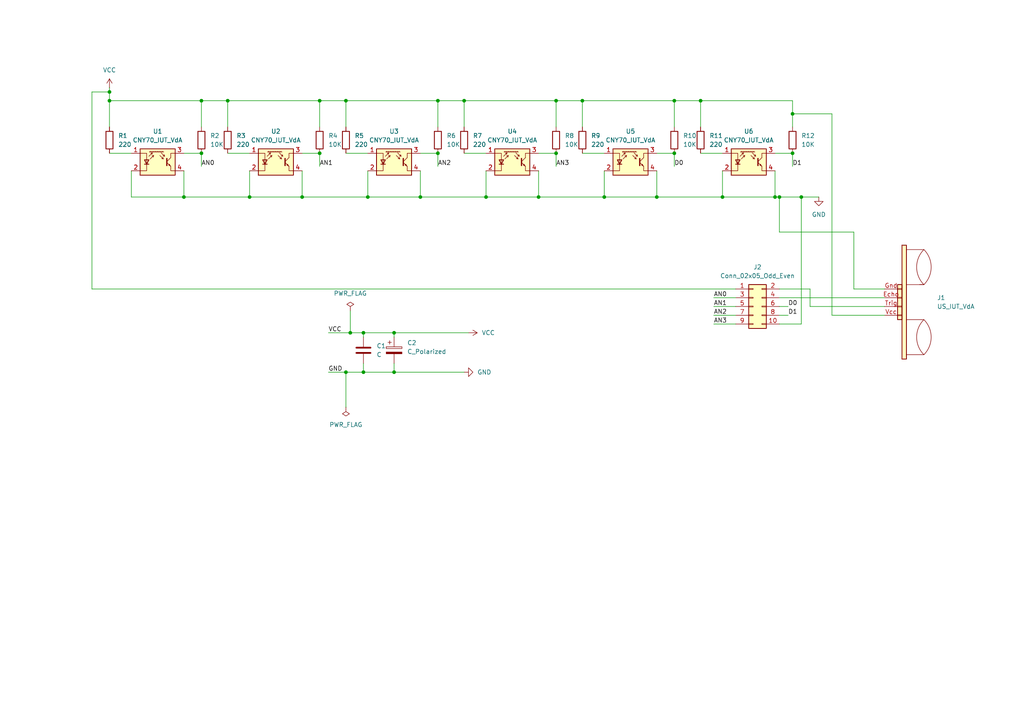
<source format=kicad_sch>
(kicad_sch
	(version 20231120)
	(generator "eeschema")
	(generator_version "8.0")
	(uuid "a3bd12c5-728a-4eac-92fb-fec69027d5e3")
	(paper "A4")
	(title_block
		(title "CAO - Robot Suiveur de Ligne")
		(company "IUT de Ville d'Avray")
		(comment 1 "Gabriel PORTIER")
		(comment 2 "Alexandre POPESCU")
		(comment 3 "TP6")
	)
	(lib_symbols
		(symbol "Connector_Generic:Conn_02x05_Odd_Even"
			(pin_names
				(offset 1.016) hide)
			(exclude_from_sim no)
			(in_bom yes)
			(on_board yes)
			(property "Reference" "J"
				(at 1.27 7.62 0)
				(effects
					(font
						(size 1.27 1.27)
					)
				)
			)
			(property "Value" "Conn_02x05_Odd_Even"
				(at 1.27 -7.62 0)
				(effects
					(font
						(size 1.27 1.27)
					)
				)
			)
			(property "Footprint" ""
				(at 0 0 0)
				(effects
					(font
						(size 1.27 1.27)
					)
					(hide yes)
				)
			)
			(property "Datasheet" "~"
				(at 0 0 0)
				(effects
					(font
						(size 1.27 1.27)
					)
					(hide yes)
				)
			)
			(property "Description" "Generic connector, double row, 02x05, odd/even pin numbering scheme (row 1 odd numbers, row 2 even numbers), script generated (kicad-library-utils/schlib/autogen/connector/)"
				(at 0 0 0)
				(effects
					(font
						(size 1.27 1.27)
					)
					(hide yes)
				)
			)
			(property "ki_keywords" "connector"
				(at 0 0 0)
				(effects
					(font
						(size 1.27 1.27)
					)
					(hide yes)
				)
			)
			(property "ki_fp_filters" "Connector*:*_2x??_*"
				(at 0 0 0)
				(effects
					(font
						(size 1.27 1.27)
					)
					(hide yes)
				)
			)
			(symbol "Conn_02x05_Odd_Even_1_1"
				(rectangle
					(start -1.27 -4.953)
					(end 0 -5.207)
					(stroke
						(width 0.1524)
						(type default)
					)
					(fill
						(type none)
					)
				)
				(rectangle
					(start -1.27 -2.413)
					(end 0 -2.667)
					(stroke
						(width 0.1524)
						(type default)
					)
					(fill
						(type none)
					)
				)
				(rectangle
					(start -1.27 0.127)
					(end 0 -0.127)
					(stroke
						(width 0.1524)
						(type default)
					)
					(fill
						(type none)
					)
				)
				(rectangle
					(start -1.27 2.667)
					(end 0 2.413)
					(stroke
						(width 0.1524)
						(type default)
					)
					(fill
						(type none)
					)
				)
				(rectangle
					(start -1.27 5.207)
					(end 0 4.953)
					(stroke
						(width 0.1524)
						(type default)
					)
					(fill
						(type none)
					)
				)
				(rectangle
					(start -1.27 6.35)
					(end 3.81 -6.35)
					(stroke
						(width 0.254)
						(type default)
					)
					(fill
						(type background)
					)
				)
				(rectangle
					(start 3.81 -4.953)
					(end 2.54 -5.207)
					(stroke
						(width 0.1524)
						(type default)
					)
					(fill
						(type none)
					)
				)
				(rectangle
					(start 3.81 -2.413)
					(end 2.54 -2.667)
					(stroke
						(width 0.1524)
						(type default)
					)
					(fill
						(type none)
					)
				)
				(rectangle
					(start 3.81 0.127)
					(end 2.54 -0.127)
					(stroke
						(width 0.1524)
						(type default)
					)
					(fill
						(type none)
					)
				)
				(rectangle
					(start 3.81 2.667)
					(end 2.54 2.413)
					(stroke
						(width 0.1524)
						(type default)
					)
					(fill
						(type none)
					)
				)
				(rectangle
					(start 3.81 5.207)
					(end 2.54 4.953)
					(stroke
						(width 0.1524)
						(type default)
					)
					(fill
						(type none)
					)
				)
				(pin passive line
					(at -5.08 5.08 0)
					(length 3.81)
					(name "Pin_1"
						(effects
							(font
								(size 1.27 1.27)
							)
						)
					)
					(number "1"
						(effects
							(font
								(size 1.27 1.27)
							)
						)
					)
				)
				(pin passive line
					(at 7.62 -5.08 180)
					(length 3.81)
					(name "Pin_10"
						(effects
							(font
								(size 1.27 1.27)
							)
						)
					)
					(number "10"
						(effects
							(font
								(size 1.27 1.27)
							)
						)
					)
				)
				(pin passive line
					(at 7.62 5.08 180)
					(length 3.81)
					(name "Pin_2"
						(effects
							(font
								(size 1.27 1.27)
							)
						)
					)
					(number "2"
						(effects
							(font
								(size 1.27 1.27)
							)
						)
					)
				)
				(pin passive line
					(at -5.08 2.54 0)
					(length 3.81)
					(name "Pin_3"
						(effects
							(font
								(size 1.27 1.27)
							)
						)
					)
					(number "3"
						(effects
							(font
								(size 1.27 1.27)
							)
						)
					)
				)
				(pin passive line
					(at 7.62 2.54 180)
					(length 3.81)
					(name "Pin_4"
						(effects
							(font
								(size 1.27 1.27)
							)
						)
					)
					(number "4"
						(effects
							(font
								(size 1.27 1.27)
							)
						)
					)
				)
				(pin passive line
					(at -5.08 0 0)
					(length 3.81)
					(name "Pin_5"
						(effects
							(font
								(size 1.27 1.27)
							)
						)
					)
					(number "5"
						(effects
							(font
								(size 1.27 1.27)
							)
						)
					)
				)
				(pin passive line
					(at 7.62 0 180)
					(length 3.81)
					(name "Pin_6"
						(effects
							(font
								(size 1.27 1.27)
							)
						)
					)
					(number "6"
						(effects
							(font
								(size 1.27 1.27)
							)
						)
					)
				)
				(pin passive line
					(at -5.08 -2.54 0)
					(length 3.81)
					(name "Pin_7"
						(effects
							(font
								(size 1.27 1.27)
							)
						)
					)
					(number "7"
						(effects
							(font
								(size 1.27 1.27)
							)
						)
					)
				)
				(pin passive line
					(at 7.62 -2.54 180)
					(length 3.81)
					(name "Pin_8"
						(effects
							(font
								(size 1.27 1.27)
							)
						)
					)
					(number "8"
						(effects
							(font
								(size 1.27 1.27)
							)
						)
					)
				)
				(pin passive line
					(at -5.08 -5.08 0)
					(length 3.81)
					(name "Pin_9"
						(effects
							(font
								(size 1.27 1.27)
							)
						)
					)
					(number "9"
						(effects
							(font
								(size 1.27 1.27)
							)
						)
					)
				)
			)
		)
		(symbol "Device:C"
			(pin_numbers hide)
			(pin_names
				(offset 0.254)
			)
			(exclude_from_sim no)
			(in_bom yes)
			(on_board yes)
			(property "Reference" "C"
				(at 0.635 2.54 0)
				(effects
					(font
						(size 1.27 1.27)
					)
					(justify left)
				)
			)
			(property "Value" "C"
				(at 0.635 -2.54 0)
				(effects
					(font
						(size 1.27 1.27)
					)
					(justify left)
				)
			)
			(property "Footprint" ""
				(at 0.9652 -3.81 0)
				(effects
					(font
						(size 1.27 1.27)
					)
					(hide yes)
				)
			)
			(property "Datasheet" "~"
				(at 0 0 0)
				(effects
					(font
						(size 1.27 1.27)
					)
					(hide yes)
				)
			)
			(property "Description" "Unpolarized capacitor"
				(at 0 0 0)
				(effects
					(font
						(size 1.27 1.27)
					)
					(hide yes)
				)
			)
			(property "ki_keywords" "cap capacitor"
				(at 0 0 0)
				(effects
					(font
						(size 1.27 1.27)
					)
					(hide yes)
				)
			)
			(property "ki_fp_filters" "C_*"
				(at 0 0 0)
				(effects
					(font
						(size 1.27 1.27)
					)
					(hide yes)
				)
			)
			(symbol "C_0_1"
				(polyline
					(pts
						(xy -2.032 -0.762) (xy 2.032 -0.762)
					)
					(stroke
						(width 0.508)
						(type default)
					)
					(fill
						(type none)
					)
				)
				(polyline
					(pts
						(xy -2.032 0.762) (xy 2.032 0.762)
					)
					(stroke
						(width 0.508)
						(type default)
					)
					(fill
						(type none)
					)
				)
			)
			(symbol "C_1_1"
				(pin passive line
					(at 0 3.81 270)
					(length 2.794)
					(name "~"
						(effects
							(font
								(size 1.27 1.27)
							)
						)
					)
					(number "1"
						(effects
							(font
								(size 1.27 1.27)
							)
						)
					)
				)
				(pin passive line
					(at 0 -3.81 90)
					(length 2.794)
					(name "~"
						(effects
							(font
								(size 1.27 1.27)
							)
						)
					)
					(number "2"
						(effects
							(font
								(size 1.27 1.27)
							)
						)
					)
				)
			)
		)
		(symbol "Device:C_Polarized"
			(pin_numbers hide)
			(pin_names
				(offset 0.254)
			)
			(exclude_from_sim no)
			(in_bom yes)
			(on_board yes)
			(property "Reference" "C"
				(at 0.635 2.54 0)
				(effects
					(font
						(size 1.27 1.27)
					)
					(justify left)
				)
			)
			(property "Value" "C_Polarized"
				(at 0.635 -2.54 0)
				(effects
					(font
						(size 1.27 1.27)
					)
					(justify left)
				)
			)
			(property "Footprint" ""
				(at 0.9652 -3.81 0)
				(effects
					(font
						(size 1.27 1.27)
					)
					(hide yes)
				)
			)
			(property "Datasheet" "~"
				(at 0 0 0)
				(effects
					(font
						(size 1.27 1.27)
					)
					(hide yes)
				)
			)
			(property "Description" "Polarized capacitor"
				(at 0 0 0)
				(effects
					(font
						(size 1.27 1.27)
					)
					(hide yes)
				)
			)
			(property "ki_keywords" "cap capacitor"
				(at 0 0 0)
				(effects
					(font
						(size 1.27 1.27)
					)
					(hide yes)
				)
			)
			(property "ki_fp_filters" "CP_*"
				(at 0 0 0)
				(effects
					(font
						(size 1.27 1.27)
					)
					(hide yes)
				)
			)
			(symbol "C_Polarized_0_1"
				(rectangle
					(start -2.286 0.508)
					(end 2.286 1.016)
					(stroke
						(width 0)
						(type default)
					)
					(fill
						(type none)
					)
				)
				(polyline
					(pts
						(xy -1.778 2.286) (xy -0.762 2.286)
					)
					(stroke
						(width 0)
						(type default)
					)
					(fill
						(type none)
					)
				)
				(polyline
					(pts
						(xy -1.27 2.794) (xy -1.27 1.778)
					)
					(stroke
						(width 0)
						(type default)
					)
					(fill
						(type none)
					)
				)
				(rectangle
					(start 2.286 -0.508)
					(end -2.286 -1.016)
					(stroke
						(width 0)
						(type default)
					)
					(fill
						(type outline)
					)
				)
			)
			(symbol "C_Polarized_1_1"
				(pin passive line
					(at 0 3.81 270)
					(length 2.794)
					(name "~"
						(effects
							(font
								(size 1.27 1.27)
							)
						)
					)
					(number "1"
						(effects
							(font
								(size 1.27 1.27)
							)
						)
					)
				)
				(pin passive line
					(at 0 -3.81 90)
					(length 2.794)
					(name "~"
						(effects
							(font
								(size 1.27 1.27)
							)
						)
					)
					(number "2"
						(effects
							(font
								(size 1.27 1.27)
							)
						)
					)
				)
			)
		)
		(symbol "Device:R"
			(pin_numbers hide)
			(pin_names
				(offset 0)
			)
			(exclude_from_sim no)
			(in_bom yes)
			(on_board yes)
			(property "Reference" "R"
				(at 2.032 0 90)
				(effects
					(font
						(size 1.27 1.27)
					)
				)
			)
			(property "Value" "R"
				(at 0 0 90)
				(effects
					(font
						(size 1.27 1.27)
					)
				)
			)
			(property "Footprint" ""
				(at -1.778 0 90)
				(effects
					(font
						(size 1.27 1.27)
					)
					(hide yes)
				)
			)
			(property "Datasheet" "~"
				(at 0 0 0)
				(effects
					(font
						(size 1.27 1.27)
					)
					(hide yes)
				)
			)
			(property "Description" "Resistor"
				(at 0 0 0)
				(effects
					(font
						(size 1.27 1.27)
					)
					(hide yes)
				)
			)
			(property "ki_keywords" "R res resistor"
				(at 0 0 0)
				(effects
					(font
						(size 1.27 1.27)
					)
					(hide yes)
				)
			)
			(property "ki_fp_filters" "R_*"
				(at 0 0 0)
				(effects
					(font
						(size 1.27 1.27)
					)
					(hide yes)
				)
			)
			(symbol "R_0_1"
				(rectangle
					(start -1.016 -2.54)
					(end 1.016 2.54)
					(stroke
						(width 0.254)
						(type default)
					)
					(fill
						(type none)
					)
				)
			)
			(symbol "R_1_1"
				(pin passive line
					(at 0 3.81 270)
					(length 1.27)
					(name "~"
						(effects
							(font
								(size 1.27 1.27)
							)
						)
					)
					(number "1"
						(effects
							(font
								(size 1.27 1.27)
							)
						)
					)
				)
				(pin passive line
					(at 0 -3.81 90)
					(length 1.27)
					(name "~"
						(effects
							(font
								(size 1.27 1.27)
							)
						)
					)
					(number "2"
						(effects
							(font
								(size 1.27 1.27)
							)
						)
					)
				)
			)
		)
		(symbol "Mes_symboles:Capteur_IR_CNY70_IUT_VdA"
			(pin_names
				(offset 1.016) hide)
			(exclude_from_sim no)
			(in_bom yes)
			(on_board yes)
			(property "Reference" "U"
				(at -5.08 5.08 0)
				(effects
					(font
						(size 1.27 1.27)
					)
				)
			)
			(property "Value" "CNY70_IUT_VdA"
				(at 7.62 -5.08 0)
				(effects
					(font
						(size 1.27 1.27)
					)
					(justify right)
				)
			)
			(property "Footprint" ""
				(at 0 -5.08 0)
				(effects
					(font
						(size 1.27 1.27)
					)
					(hide yes)
				)
			)
			(property "Datasheet" ""
				(at 0 2.54 0)
				(effects
					(font
						(size 1.27 1.27)
					)
					(hide yes)
				)
			)
			(property "Description" ""
				(at 0 0 0)
				(effects
					(font
						(size 1.27 1.27)
					)
					(hide yes)
				)
			)
			(property "ki_keywords" "Reflective Optical Sensor Opto"
				(at 0 0 0)
				(effects
					(font
						(size 1.27 1.27)
					)
					(hide yes)
				)
			)
			(property "ki_fp_filters" "Vishay*CNY70*"
				(at 0 0 0)
				(effects
					(font
						(size 1.27 1.27)
					)
					(hide yes)
				)
			)
			(symbol "Capteur_IR_CNY70_IUT_VdA_0_1"
				(polyline
					(pts
						(xy -3.81 -0.635) (xy -2.54 -0.635)
					)
					(stroke
						(width 0.254)
						(type default)
					)
					(fill
						(type none)
					)
				)
				(polyline
					(pts
						(xy -2.286 2.921) (xy -2.032 3.175)
					)
					(stroke
						(width 0)
						(type default)
					)
					(fill
						(type none)
					)
				)
				(polyline
					(pts
						(xy -1.778 2.921) (xy -1.524 3.175)
					)
					(stroke
						(width 0)
						(type default)
					)
					(fill
						(type none)
					)
				)
				(polyline
					(pts
						(xy -1.524 2.667) (xy -1.651 2.159)
					)
					(stroke
						(width 0)
						(type default)
					)
					(fill
						(type none)
					)
				)
				(polyline
					(pts
						(xy -1.27 2.921) (xy -1.016 3.175)
					)
					(stroke
						(width 0)
						(type default)
					)
					(fill
						(type none)
					)
				)
				(polyline
					(pts
						(xy -1.143 1.905) (xy -1.27 1.397)
					)
					(stroke
						(width 0)
						(type default)
					)
					(fill
						(type none)
					)
				)
				(polyline
					(pts
						(xy -0.762 2.921) (xy -0.508 3.175)
					)
					(stroke
						(width 0)
						(type default)
					)
					(fill
						(type none)
					)
				)
				(polyline
					(pts
						(xy -0.254 2.921) (xy 0 3.175)
					)
					(stroke
						(width 0)
						(type default)
					)
					(fill
						(type none)
					)
				)
				(polyline
					(pts
						(xy 0.254 2.921) (xy 0.508 3.175)
					)
					(stroke
						(width 0)
						(type default)
					)
					(fill
						(type none)
					)
				)
				(polyline
					(pts
						(xy 0.762 2.921) (xy 1.016 3.175)
					)
					(stroke
						(width 0)
						(type default)
					)
					(fill
						(type none)
					)
				)
				(polyline
					(pts
						(xy 1.27 2.921) (xy 1.524 3.175)
					)
					(stroke
						(width 0)
						(type default)
					)
					(fill
						(type none)
					)
				)
				(polyline
					(pts
						(xy 1.651 0.889) (xy 1.143 1.016)
					)
					(stroke
						(width 0)
						(type default)
					)
					(fill
						(type none)
					)
				)
				(polyline
					(pts
						(xy 1.778 2.921) (xy -2.413 2.921)
					)
					(stroke
						(width 0)
						(type default)
					)
					(fill
						(type none)
					)
				)
				(polyline
					(pts
						(xy 2.032 1.651) (xy 1.524 1.778)
					)
					(stroke
						(width 0)
						(type default)
					)
					(fill
						(type none)
					)
				)
				(polyline
					(pts
						(xy 2.667 -0.127) (xy 3.81 -1.27)
					)
					(stroke
						(width 0)
						(type default)
					)
					(fill
						(type none)
					)
				)
				(polyline
					(pts
						(xy 2.667 0.127) (xy 3.81 1.27)
					)
					(stroke
						(width 0)
						(type default)
					)
					(fill
						(type none)
					)
				)
				(polyline
					(pts
						(xy -2.54 1.651) (xy -1.524 2.667) (xy -2.032 2.54)
					)
					(stroke
						(width 0)
						(type default)
					)
					(fill
						(type none)
					)
				)
				(polyline
					(pts
						(xy -2.159 0.889) (xy -1.143 1.905) (xy -1.651 1.778)
					)
					(stroke
						(width 0)
						(type default)
					)
					(fill
						(type none)
					)
				)
				(polyline
					(pts
						(xy 0.635 1.905) (xy 1.651 0.889) (xy 1.524 1.397)
					)
					(stroke
						(width 0)
						(type default)
					)
					(fill
						(type none)
					)
				)
				(polyline
					(pts
						(xy 1.016 2.667) (xy 2.032 1.651) (xy 1.905 2.159)
					)
					(stroke
						(width 0)
						(type default)
					)
					(fill
						(type none)
					)
				)
				(polyline
					(pts
						(xy 2.667 1.016) (xy 2.667 -1.016) (xy 2.667 -1.016)
					)
					(stroke
						(width 0.3556)
						(type default)
					)
					(fill
						(type none)
					)
				)
				(polyline
					(pts
						(xy 3.81 -1.27) (xy 3.81 -2.54) (xy 5.08 -2.54)
					)
					(stroke
						(width 0)
						(type default)
					)
					(fill
						(type none)
					)
				)
				(polyline
					(pts
						(xy 3.81 1.27) (xy 3.81 2.54) (xy 5.08 2.54)
					)
					(stroke
						(width 0)
						(type default)
					)
					(fill
						(type none)
					)
				)
				(polyline
					(pts
						(xy -5.08 -2.54) (xy -3.175 -2.54) (xy -3.175 2.54) (xy -5.08 2.54)
					)
					(stroke
						(width 0)
						(type default)
					)
					(fill
						(type none)
					)
				)
				(polyline
					(pts
						(xy -3.175 -0.635) (xy -3.81 0.635) (xy -2.54 0.635) (xy -3.175 -0.635)
					)
					(stroke
						(width 0.254)
						(type default)
					)
					(fill
						(type none)
					)
				)
				(polyline
					(pts
						(xy 3.683 -1.143) (xy 3.429 -0.635) (xy 3.175 -0.889) (xy 3.683 -1.143)
					)
					(stroke
						(width 0)
						(type default)
					)
					(fill
						(type none)
					)
				)
				(polyline
					(pts
						(xy -5.08 -3.81) (xy 5.08 -3.81) (xy 5.08 3.81) (xy -5.08 3.81) (xy -5.08 -3.81)
					)
					(stroke
						(width 0.254)
						(type default)
					)
					(fill
						(type background)
					)
				)
			)
			(symbol "Capteur_IR_CNY70_IUT_VdA_1_1"
				(pin passive line
					(at -7.62 2.54 0)
					(length 2.54)
					(name "A"
						(effects
							(font
								(size 1.27 1.27)
							)
						)
					)
					(number "1"
						(effects
							(font
								(size 1.27 1.27)
							)
						)
					)
				)
				(pin passive line
					(at -7.62 -2.54 0)
					(length 2.54)
					(name "K"
						(effects
							(font
								(size 1.27 1.27)
							)
						)
					)
					(number "2"
						(effects
							(font
								(size 1.27 1.27)
							)
						)
					)
				)
				(pin passive line
					(at 7.62 2.54 180)
					(length 2.54)
					(name "C"
						(effects
							(font
								(size 1.27 1.27)
							)
						)
					)
					(number "3"
						(effects
							(font
								(size 1.27 1.27)
							)
						)
					)
				)
				(pin passive line
					(at 7.62 -2.54 180)
					(length 2.54)
					(name "E"
						(effects
							(font
								(size 1.27 1.27)
							)
						)
					)
					(number "4"
						(effects
							(font
								(size 1.27 1.27)
							)
						)
					)
				)
			)
		)
		(symbol "Mes_symboles:Capteur_UltraSon_IUT_VdA"
			(pin_names
				(offset 1.016) hide)
			(exclude_from_sim no)
			(in_bom yes)
			(on_board yes)
			(property "Reference" "J"
				(at 0.762 17.018 0)
				(effects
					(font
						(size 1.27 1.27)
					)
				)
			)
			(property "Value" "US_IUT_VdA"
				(at 1.778 -19.05 0)
				(effects
					(font
						(size 1.27 1.27)
					)
				)
			)
			(property "Footprint" ""
				(at 0 0 0)
				(effects
					(font
						(size 1.27 1.27)
					)
					(hide yes)
				)
			)
			(property "Datasheet" ""
				(at 3.048 0 0)
				(effects
					(font
						(size 1.27 1.27)
					)
					(hide yes)
				)
			)
			(property "Description" ""
				(at 0 0 0)
				(effects
					(font
						(size 1.27 1.27)
					)
					(hide yes)
				)
			)
			(property "ki_keywords" "connector"
				(at 0 0 0)
				(effects
					(font
						(size 1.27 1.27)
					)
					(hide yes)
				)
			)
			(property "ki_fp_filters" "Connector*:*_1x??_*"
				(at 0 0 0)
				(effects
					(font
						(size 1.27 1.27)
					)
					(hide yes)
				)
			)
			(symbol "Capteur_UltraSon_IUT_VdA_0_1"
				(polyline
					(pts
						(xy 1.27 -16.51) (xy 6.35 -16.51)
					)
					(stroke
						(width 0)
						(type default)
					)
					(fill
						(type none)
					)
				)
				(polyline
					(pts
						(xy 1.27 -6.35) (xy 6.35 -6.35)
					)
					(stroke
						(width 0)
						(type default)
					)
					(fill
						(type none)
					)
				)
				(polyline
					(pts
						(xy 1.27 3.81) (xy 6.35 3.81)
					)
					(stroke
						(width 0)
						(type default)
					)
					(fill
						(type none)
					)
				)
				(polyline
					(pts
						(xy 1.27 13.97) (xy 6.35 13.97)
					)
					(stroke
						(width 0)
						(type default)
					)
					(fill
						(type none)
					)
				)
				(polyline
					(pts
						(xy 5.08 3.81) (xy 6.35 3.81)
					)
					(stroke
						(width 0)
						(type default)
					)
					(fill
						(type none)
					)
				)
				(arc
					(start 6.35 -16.51)
					(mid 8.454 -11.43)
					(end 6.35 -6.35)
					(stroke
						(width 0)
						(type default)
					)
					(fill
						(type none)
					)
				)
				(arc
					(start 6.35 -6.35)
					(mid 4.246 -11.43)
					(end 6.35 -16.51)
					(stroke
						(width 0)
						(type default)
					)
					(fill
						(type none)
					)
				)
				(arc
					(start 6.35 3.81)
					(mid 8.454 8.89)
					(end 6.35 13.97)
					(stroke
						(width 0)
						(type default)
					)
					(fill
						(type none)
					)
				)
				(arc
					(start 6.35 13.97)
					(mid 4.246 8.89)
					(end 6.35 3.81)
					(stroke
						(width 0)
						(type default)
					)
					(fill
						(type none)
					)
				)
			)
			(symbol "Capteur_UltraSon_IUT_VdA_1_1"
				(rectangle
					(start -1.27 -4.953)
					(end 0 -5.207)
					(stroke
						(width 0.1524)
						(type default)
					)
					(fill
						(type none)
					)
				)
				(rectangle
					(start -1.27 -2.413)
					(end 0 -2.667)
					(stroke
						(width 0.1524)
						(type default)
					)
					(fill
						(type none)
					)
				)
				(rectangle
					(start -1.27 0.127)
					(end 0 -0.127)
					(stroke
						(width 0.1524)
						(type default)
					)
					(fill
						(type none)
					)
				)
				(rectangle
					(start -1.27 2.667)
					(end 0 2.413)
					(stroke
						(width 0.1524)
						(type default)
					)
					(fill
						(type none)
					)
				)
				(rectangle
					(start -1.27 3.81)
					(end 0 -6.35)
					(stroke
						(width 0.254)
						(type default)
					)
					(fill
						(type background)
					)
				)
				(rectangle
					(start 0 15.24)
					(end 1.27 -17.78)
					(stroke
						(width 0.254)
						(type default)
					)
					(fill
						(type background)
					)
				)
				(pin output line
					(at -5.08 0 0)
					(length 3.81)
					(name "Echo"
						(effects
							(font
								(size 1.27 1.27)
							)
						)
					)
					(number "Echo"
						(effects
							(font
								(size 1.27 1.27)
							)
						)
					)
				)
				(pin power_in line
					(at -5.08 2.54 0)
					(length 3.81)
					(name "Gnd"
						(effects
							(font
								(size 1.27 1.27)
							)
						)
					)
					(number "Gnd"
						(effects
							(font
								(size 1.27 1.27)
							)
						)
					)
				)
				(pin input line
					(at -5.08 -2.54 0)
					(length 3.81)
					(name "Trig"
						(effects
							(font
								(size 1.27 1.27)
							)
						)
					)
					(number "Trig"
						(effects
							(font
								(size 1.27 1.27)
							)
						)
					)
				)
				(pin power_in line
					(at -5.08 -5.08 0)
					(length 3.81)
					(name "Vcc"
						(effects
							(font
								(size 1.27 1.27)
							)
						)
					)
					(number "Vcc"
						(effects
							(font
								(size 1.27 1.27)
							)
						)
					)
				)
			)
		)
		(symbol "power:+5V"
			(power)
			(pin_numbers hide)
			(pin_names
				(offset 0) hide)
			(exclude_from_sim no)
			(in_bom yes)
			(on_board yes)
			(property "Reference" "#PWR"
				(at 0 -3.81 0)
				(effects
					(font
						(size 1.27 1.27)
					)
					(hide yes)
				)
			)
			(property "Value" "+5V"
				(at 0 3.556 0)
				(effects
					(font
						(size 1.27 1.27)
					)
				)
			)
			(property "Footprint" ""
				(at 0 0 0)
				(effects
					(font
						(size 1.27 1.27)
					)
					(hide yes)
				)
			)
			(property "Datasheet" ""
				(at 0 0 0)
				(effects
					(font
						(size 1.27 1.27)
					)
					(hide yes)
				)
			)
			(property "Description" "Power symbol creates a global label with name \"+5V\""
				(at 0 0 0)
				(effects
					(font
						(size 1.27 1.27)
					)
					(hide yes)
				)
			)
			(property "ki_keywords" "global power"
				(at 0 0 0)
				(effects
					(font
						(size 1.27 1.27)
					)
					(hide yes)
				)
			)
			(symbol "+5V_0_1"
				(polyline
					(pts
						(xy -0.762 1.27) (xy 0 2.54)
					)
					(stroke
						(width 0)
						(type default)
					)
					(fill
						(type none)
					)
				)
				(polyline
					(pts
						(xy 0 0) (xy 0 2.54)
					)
					(stroke
						(width 0)
						(type default)
					)
					(fill
						(type none)
					)
				)
				(polyline
					(pts
						(xy 0 2.54) (xy 0.762 1.27)
					)
					(stroke
						(width 0)
						(type default)
					)
					(fill
						(type none)
					)
				)
			)
			(symbol "+5V_1_1"
				(pin power_in line
					(at 0 0 90)
					(length 0)
					(name "~"
						(effects
							(font
								(size 1.27 1.27)
							)
						)
					)
					(number "1"
						(effects
							(font
								(size 1.27 1.27)
							)
						)
					)
				)
			)
		)
		(symbol "power:GND"
			(power)
			(pin_numbers hide)
			(pin_names
				(offset 0) hide)
			(exclude_from_sim no)
			(in_bom yes)
			(on_board yes)
			(property "Reference" "#PWR"
				(at 0 -6.35 0)
				(effects
					(font
						(size 1.27 1.27)
					)
					(hide yes)
				)
			)
			(property "Value" "GND"
				(at 0 -3.81 0)
				(effects
					(font
						(size 1.27 1.27)
					)
				)
			)
			(property "Footprint" ""
				(at 0 0 0)
				(effects
					(font
						(size 1.27 1.27)
					)
					(hide yes)
				)
			)
			(property "Datasheet" ""
				(at 0 0 0)
				(effects
					(font
						(size 1.27 1.27)
					)
					(hide yes)
				)
			)
			(property "Description" "Power symbol creates a global label with name \"GND\" , ground"
				(at 0 0 0)
				(effects
					(font
						(size 1.27 1.27)
					)
					(hide yes)
				)
			)
			(property "ki_keywords" "global power"
				(at 0 0 0)
				(effects
					(font
						(size 1.27 1.27)
					)
					(hide yes)
				)
			)
			(symbol "GND_0_1"
				(polyline
					(pts
						(xy 0 0) (xy 0 -1.27) (xy 1.27 -1.27) (xy 0 -2.54) (xy -1.27 -1.27) (xy 0 -1.27)
					)
					(stroke
						(width 0)
						(type default)
					)
					(fill
						(type none)
					)
				)
			)
			(symbol "GND_1_1"
				(pin power_in line
					(at 0 0 270)
					(length 0)
					(name "~"
						(effects
							(font
								(size 1.27 1.27)
							)
						)
					)
					(number "1"
						(effects
							(font
								(size 1.27 1.27)
							)
						)
					)
				)
			)
		)
		(symbol "power:PWR_FLAG"
			(power)
			(pin_numbers hide)
			(pin_names
				(offset 0) hide)
			(exclude_from_sim no)
			(in_bom yes)
			(on_board yes)
			(property "Reference" "#FLG"
				(at 0 1.905 0)
				(effects
					(font
						(size 1.27 1.27)
					)
					(hide yes)
				)
			)
			(property "Value" "PWR_FLAG"
				(at 0 3.81 0)
				(effects
					(font
						(size 1.27 1.27)
					)
				)
			)
			(property "Footprint" ""
				(at 0 0 0)
				(effects
					(font
						(size 1.27 1.27)
					)
					(hide yes)
				)
			)
			(property "Datasheet" "~"
				(at 0 0 0)
				(effects
					(font
						(size 1.27 1.27)
					)
					(hide yes)
				)
			)
			(property "Description" "Special symbol for telling ERC where power comes from"
				(at 0 0 0)
				(effects
					(font
						(size 1.27 1.27)
					)
					(hide yes)
				)
			)
			(property "ki_keywords" "flag power"
				(at 0 0 0)
				(effects
					(font
						(size 1.27 1.27)
					)
					(hide yes)
				)
			)
			(symbol "PWR_FLAG_0_0"
				(pin power_out line
					(at 0 0 90)
					(length 0)
					(name "~"
						(effects
							(font
								(size 1.27 1.27)
							)
						)
					)
					(number "1"
						(effects
							(font
								(size 1.27 1.27)
							)
						)
					)
				)
			)
			(symbol "PWR_FLAG_0_1"
				(polyline
					(pts
						(xy 0 0) (xy 0 1.27) (xy -1.016 1.905) (xy 0 2.54) (xy 1.016 1.905) (xy 0 1.27)
					)
					(stroke
						(width 0)
						(type default)
					)
					(fill
						(type none)
					)
				)
			)
		)
		(symbol "power:VCC"
			(power)
			(pin_numbers hide)
			(pin_names
				(offset 0) hide)
			(exclude_from_sim no)
			(in_bom yes)
			(on_board yes)
			(property "Reference" "#PWR"
				(at 0 -3.81 0)
				(effects
					(font
						(size 1.27 1.27)
					)
					(hide yes)
				)
			)
			(property "Value" "VCC"
				(at 0 3.556 0)
				(effects
					(font
						(size 1.27 1.27)
					)
				)
			)
			(property "Footprint" ""
				(at 0 0 0)
				(effects
					(font
						(size 1.27 1.27)
					)
					(hide yes)
				)
			)
			(property "Datasheet" ""
				(at 0 0 0)
				(effects
					(font
						(size 1.27 1.27)
					)
					(hide yes)
				)
			)
			(property "Description" "Power symbol creates a global label with name \"VCC\""
				(at 0 0 0)
				(effects
					(font
						(size 1.27 1.27)
					)
					(hide yes)
				)
			)
			(property "ki_keywords" "global power"
				(at 0 0 0)
				(effects
					(font
						(size 1.27 1.27)
					)
					(hide yes)
				)
			)
			(symbol "VCC_0_1"
				(polyline
					(pts
						(xy -0.762 1.27) (xy 0 2.54)
					)
					(stroke
						(width 0)
						(type default)
					)
					(fill
						(type none)
					)
				)
				(polyline
					(pts
						(xy 0 0) (xy 0 2.54)
					)
					(stroke
						(width 0)
						(type default)
					)
					(fill
						(type none)
					)
				)
				(polyline
					(pts
						(xy 0 2.54) (xy 0.762 1.27)
					)
					(stroke
						(width 0)
						(type default)
					)
					(fill
						(type none)
					)
				)
			)
			(symbol "VCC_1_1"
				(pin power_in line
					(at 0 0 90)
					(length 0)
					(name "~"
						(effects
							(font
								(size 1.27 1.27)
							)
						)
					)
					(number "1"
						(effects
							(font
								(size 1.27 1.27)
							)
						)
					)
				)
			)
		)
	)
	(junction
		(at 195.58 29.21)
		(diameter 0)
		(color 0 0 0 0)
		(uuid "0d1b20ba-462b-4a88-a96c-522e313b0585")
	)
	(junction
		(at 226.06 57.15)
		(diameter 0)
		(color 0 0 0 0)
		(uuid "17bcc3bb-ff76-4da6-a121-fff437e76415")
	)
	(junction
		(at 100.33 29.21)
		(diameter 0)
		(color 0 0 0 0)
		(uuid "1a543df2-491c-48b6-9d4f-f9c795d35ce1")
	)
	(junction
		(at 72.39 57.15)
		(diameter 0)
		(color 0 0 0 0)
		(uuid "1fdcd9bd-6d7e-4ad3-aa8e-5b0a578e7781")
	)
	(junction
		(at 87.63 57.15)
		(diameter 0)
		(color 0 0 0 0)
		(uuid "2cac0f17-3085-48dc-bbc0-1d72557aa4e1")
	)
	(junction
		(at 92.71 29.21)
		(diameter 0)
		(color 0 0 0 0)
		(uuid "2f534a13-7539-455c-b40a-84eae46251fa")
	)
	(junction
		(at 58.42 44.45)
		(diameter 0)
		(color 0 0 0 0)
		(uuid "30085d6e-950b-42c6-b21b-7e8dce4b1777")
	)
	(junction
		(at 105.41 96.52)
		(diameter 0)
		(color 0 0 0 0)
		(uuid "3145220d-0b66-4b06-a8c8-273f184ab38b")
	)
	(junction
		(at 175.26 57.15)
		(diameter 0)
		(color 0 0 0 0)
		(uuid "352184d6-5d6c-413e-b023-40fc26453d5b")
	)
	(junction
		(at 114.3 107.95)
		(diameter 0)
		(color 0 0 0 0)
		(uuid "3bc9de2b-8f3a-483d-939b-e86ca647c239")
	)
	(junction
		(at 134.62 29.21)
		(diameter 0)
		(color 0 0 0 0)
		(uuid "4076ad75-32bc-47f6-8def-7bc2ea14fdd7")
	)
	(junction
		(at 168.91 29.21)
		(diameter 0)
		(color 0 0 0 0)
		(uuid "48665274-3731-4af4-b59f-452684c144ab")
	)
	(junction
		(at 92.71 44.45)
		(diameter 0)
		(color 0 0 0 0)
		(uuid "4c91e176-e45d-4d5d-9a2d-5345a94f2150")
	)
	(junction
		(at 31.75 26.67)
		(diameter 0)
		(color 0 0 0 0)
		(uuid "4efbcad1-e97e-46b7-a55a-a10cca076d40")
	)
	(junction
		(at 209.55 57.15)
		(diameter 0)
		(color 0 0 0 0)
		(uuid "5727d3b9-a3a1-49a2-9a20-7a9d5c0fed69")
	)
	(junction
		(at 224.79 57.15)
		(diameter 0)
		(color 0 0 0 0)
		(uuid "6e5a4d16-e2d7-4bee-b153-72417a919735")
	)
	(junction
		(at 100.33 107.95)
		(diameter 0)
		(color 0 0 0 0)
		(uuid "76cdeda3-1f07-4f0e-8003-b364b6126389")
	)
	(junction
		(at 190.5 57.15)
		(diameter 0)
		(color 0 0 0 0)
		(uuid "7ae6803e-3f54-445e-8b7f-0530118d3d5f")
	)
	(junction
		(at 195.58 44.45)
		(diameter 0)
		(color 0 0 0 0)
		(uuid "7b8880eb-a86f-41a4-ac64-aed8ae3c1278")
	)
	(junction
		(at 156.21 57.15)
		(diameter 0)
		(color 0 0 0 0)
		(uuid "8b6de1bc-1393-4025-9259-a07f7d944aa5")
	)
	(junction
		(at 66.04 29.21)
		(diameter 0)
		(color 0 0 0 0)
		(uuid "8cd31404-aa7d-40ce-a041-68f77d69f609")
	)
	(junction
		(at 53.34 57.15)
		(diameter 0)
		(color 0 0 0 0)
		(uuid "8fa2f880-f993-400b-849c-8941474ac706")
	)
	(junction
		(at 127 29.21)
		(diameter 0)
		(color 0 0 0 0)
		(uuid "a3efe302-ad6c-4cbb-b61d-e16b142ee9fb")
	)
	(junction
		(at 232.41 57.15)
		(diameter 0)
		(color 0 0 0 0)
		(uuid "a3f69d8d-3a43-4421-934a-b904daf204c1")
	)
	(junction
		(at 161.29 44.45)
		(diameter 0)
		(color 0 0 0 0)
		(uuid "a7e40ec1-74dc-4afd-95da-0d9231b4fd48")
	)
	(junction
		(at 229.87 44.45)
		(diameter 0)
		(color 0 0 0 0)
		(uuid "a8bead6b-d6f6-4575-aed8-a9a25238a1fd")
	)
	(junction
		(at 140.97 57.15)
		(diameter 0)
		(color 0 0 0 0)
		(uuid "b85aa529-b04c-4204-93cd-4c327b3db473")
	)
	(junction
		(at 161.29 29.21)
		(diameter 0)
		(color 0 0 0 0)
		(uuid "c11cd904-bebe-447a-b0ee-60cb45dfccb9")
	)
	(junction
		(at 203.2 29.21)
		(diameter 0)
		(color 0 0 0 0)
		(uuid "c54e68ba-171a-4a16-8f1b-ca8bbbaeefab")
	)
	(junction
		(at 105.41 107.95)
		(diameter 0)
		(color 0 0 0 0)
		(uuid "c82a25df-c613-438e-91ed-793da875c2c1")
	)
	(junction
		(at 114.3 96.52)
		(diameter 0)
		(color 0 0 0 0)
		(uuid "c883ae0b-b874-4d05-9462-52dfeebf9859")
	)
	(junction
		(at 106.68 57.15)
		(diameter 0)
		(color 0 0 0 0)
		(uuid "cbfd04bf-4ec9-4f7d-baa4-17c638f8f446")
	)
	(junction
		(at 31.75 29.21)
		(diameter 0)
		(color 0 0 0 0)
		(uuid "dcbc6db1-3c2b-4668-9bec-fff1c0dac04e")
	)
	(junction
		(at 58.42 29.21)
		(diameter 0)
		(color 0 0 0 0)
		(uuid "e38c2809-1f13-4acd-9bda-e90481b919d8")
	)
	(junction
		(at 229.87 33.02)
		(diameter 0)
		(color 0 0 0 0)
		(uuid "e7055a64-216d-498a-93d6-55f2470186c4")
	)
	(junction
		(at 121.92 57.15)
		(diameter 0)
		(color 0 0 0 0)
		(uuid "f5b99326-d967-47eb-88f5-9af2a662bd04")
	)
	(junction
		(at 101.6 96.52)
		(diameter 0)
		(color 0 0 0 0)
		(uuid "f652ce7d-d091-492e-93ce-42dc47f990be")
	)
	(junction
		(at 127 44.45)
		(diameter 0)
		(color 0 0 0 0)
		(uuid "f6e26c1f-b1ca-4ad6-8377-c709d44adfac")
	)
	(wire
		(pts
			(xy 203.2 29.21) (xy 229.87 29.21)
		)
		(stroke
			(width 0)
			(type default)
		)
		(uuid "02b89661-6107-4591-be33-c8aeef4c12df")
	)
	(wire
		(pts
			(xy 229.87 29.21) (xy 229.87 33.02)
		)
		(stroke
			(width 0)
			(type default)
		)
		(uuid "04012395-bdbd-4d37-8aff-276b092115e6")
	)
	(wire
		(pts
			(xy 226.06 67.31) (xy 226.06 57.15)
		)
		(stroke
			(width 0)
			(type default)
		)
		(uuid "0a17e928-444d-49af-bd30-422158d7d1ae")
	)
	(wire
		(pts
			(xy 234.95 88.9) (xy 234.95 83.82)
		)
		(stroke
			(width 0)
			(type default)
		)
		(uuid "0af63eee-85d7-4b5f-bca1-5806cf96a974")
	)
	(wire
		(pts
			(xy 127 29.21) (xy 134.62 29.21)
		)
		(stroke
			(width 0)
			(type default)
		)
		(uuid "0ca5eff1-4ceb-448a-9385-7ca6b74e3d1e")
	)
	(wire
		(pts
			(xy 229.87 44.45) (xy 229.87 48.26)
		)
		(stroke
			(width 0)
			(type default)
		)
		(uuid "155ef6c8-a91a-4909-8167-6812331367d5")
	)
	(wire
		(pts
			(xy 53.34 44.45) (xy 58.42 44.45)
		)
		(stroke
			(width 0)
			(type default)
		)
		(uuid "1c6a9148-44df-436b-b04a-66ef81ff598f")
	)
	(wire
		(pts
			(xy 114.3 96.52) (xy 114.3 97.79)
		)
		(stroke
			(width 0)
			(type default)
		)
		(uuid "1cd4b60d-32a1-4451-a231-8cd61edc851b")
	)
	(wire
		(pts
			(xy 58.42 44.45) (xy 58.42 48.26)
		)
		(stroke
			(width 0)
			(type default)
		)
		(uuid "1fbb817a-17bd-4a90-93d0-521da837fc7b")
	)
	(wire
		(pts
			(xy 156.21 44.45) (xy 161.29 44.45)
		)
		(stroke
			(width 0)
			(type default)
		)
		(uuid "220c3cf3-ec4f-4445-98c5-62ead3f0f8e5")
	)
	(wire
		(pts
			(xy 241.3 33.02) (xy 229.87 33.02)
		)
		(stroke
			(width 0)
			(type default)
		)
		(uuid "22b6bf9b-949a-4d3f-ae34-d5d89b99288b")
	)
	(wire
		(pts
			(xy 207.01 93.98) (xy 213.36 93.98)
		)
		(stroke
			(width 0)
			(type default)
		)
		(uuid "27850b4e-0775-4f0d-ba6d-e1fe70a73b02")
	)
	(wire
		(pts
			(xy 95.25 96.52) (xy 101.6 96.52)
		)
		(stroke
			(width 0)
			(type default)
		)
		(uuid "2865f50f-1a04-4e6a-9119-1ecfd3baee00")
	)
	(wire
		(pts
			(xy 226.06 86.36) (xy 256.54 86.36)
		)
		(stroke
			(width 0)
			(type default)
		)
		(uuid "2a1ac178-ef49-4f31-88e0-9deddfb2dd82")
	)
	(wire
		(pts
			(xy 100.33 29.21) (xy 100.33 36.83)
		)
		(stroke
			(width 0)
			(type default)
		)
		(uuid "30db84af-3aa1-4669-a78a-76b728728cd2")
	)
	(wire
		(pts
			(xy 134.62 107.95) (xy 114.3 107.95)
		)
		(stroke
			(width 0)
			(type default)
		)
		(uuid "35020ec1-3230-4a7f-be4b-0b79ce532310")
	)
	(wire
		(pts
			(xy 31.75 25.4) (xy 31.75 26.67)
		)
		(stroke
			(width 0)
			(type default)
		)
		(uuid "3c694a3b-bf57-42f7-99a3-ad870b4ec4a0")
	)
	(wire
		(pts
			(xy 100.33 107.95) (xy 105.41 107.95)
		)
		(stroke
			(width 0)
			(type default)
		)
		(uuid "3d670106-9ae1-4651-8e88-ad6e107685f8")
	)
	(wire
		(pts
			(xy 92.71 44.45) (xy 92.71 48.26)
		)
		(stroke
			(width 0)
			(type default)
		)
		(uuid "3dce2ab5-cf81-4b21-90b0-fb4719cd52cf")
	)
	(wire
		(pts
			(xy 121.92 49.53) (xy 121.92 57.15)
		)
		(stroke
			(width 0)
			(type default)
		)
		(uuid "3e77fa37-743b-420c-bc22-637052ab88b0")
	)
	(wire
		(pts
			(xy 234.95 83.82) (xy 226.06 83.82)
		)
		(stroke
			(width 0)
			(type default)
		)
		(uuid "3e94b796-2931-423b-a6fd-53eec875c9a6")
	)
	(wire
		(pts
			(xy 175.26 57.15) (xy 190.5 57.15)
		)
		(stroke
			(width 0)
			(type default)
		)
		(uuid "417dc1bd-738b-4627-8bae-c87164c19923")
	)
	(wire
		(pts
			(xy 190.5 57.15) (xy 209.55 57.15)
		)
		(stroke
			(width 0)
			(type default)
		)
		(uuid "43b831f6-3bcb-466f-96b5-27aed913966a")
	)
	(wire
		(pts
			(xy 101.6 96.52) (xy 105.41 96.52)
		)
		(stroke
			(width 0)
			(type default)
		)
		(uuid "475ca023-d01a-490b-9669-0bf2f0d6f7ad")
	)
	(wire
		(pts
			(xy 224.79 57.15) (xy 226.06 57.15)
		)
		(stroke
			(width 0)
			(type default)
		)
		(uuid "48890326-0c82-4c90-b610-e77a6ea0ce42")
	)
	(wire
		(pts
			(xy 106.68 57.15) (xy 121.92 57.15)
		)
		(stroke
			(width 0)
			(type default)
		)
		(uuid "48d87e42-294b-4a7a-8ed2-adad2624628c")
	)
	(wire
		(pts
			(xy 87.63 49.53) (xy 87.63 57.15)
		)
		(stroke
			(width 0)
			(type default)
		)
		(uuid "49d440bd-93d0-4a18-ac07-92992ac633e4")
	)
	(wire
		(pts
			(xy 105.41 105.41) (xy 105.41 107.95)
		)
		(stroke
			(width 0)
			(type default)
		)
		(uuid "4b2654ff-b909-4f0c-9dd8-a29788444d6a")
	)
	(wire
		(pts
			(xy 195.58 29.21) (xy 203.2 29.21)
		)
		(stroke
			(width 0)
			(type default)
		)
		(uuid "4ca8d1c4-e043-4ffe-8c12-864dd0de1f74")
	)
	(wire
		(pts
			(xy 87.63 44.45) (xy 92.71 44.45)
		)
		(stroke
			(width 0)
			(type default)
		)
		(uuid "4f5059e4-5646-4495-b256-aacdd4605fee")
	)
	(wire
		(pts
			(xy 226.06 57.15) (xy 232.41 57.15)
		)
		(stroke
			(width 0)
			(type default)
		)
		(uuid "50a02e42-f261-4f4f-81e1-9c78481152db")
	)
	(wire
		(pts
			(xy 31.75 44.45) (xy 38.1 44.45)
		)
		(stroke
			(width 0)
			(type default)
		)
		(uuid "53a73c02-bc78-40a7-b7e5-bf747892df73")
	)
	(wire
		(pts
			(xy 38.1 49.53) (xy 38.1 57.15)
		)
		(stroke
			(width 0)
			(type default)
		)
		(uuid "544c1f1a-1b19-4126-9183-6aab58b37dc8")
	)
	(wire
		(pts
			(xy 168.91 44.45) (xy 175.26 44.45)
		)
		(stroke
			(width 0)
			(type default)
		)
		(uuid "57e6d4a6-867c-4fc8-ae84-c4d4364e777a")
	)
	(wire
		(pts
			(xy 156.21 57.15) (xy 175.26 57.15)
		)
		(stroke
			(width 0)
			(type default)
		)
		(uuid "5a876972-1a08-44dc-b423-6e5b224a8e81")
	)
	(wire
		(pts
			(xy 247.65 83.82) (xy 247.65 67.31)
		)
		(stroke
			(width 0)
			(type default)
		)
		(uuid "5e6fb3ae-aafe-4269-9b16-7f3f0b87f9d7")
	)
	(wire
		(pts
			(xy 92.71 29.21) (xy 100.33 29.21)
		)
		(stroke
			(width 0)
			(type default)
		)
		(uuid "5eaef94e-721c-4bf5-9b17-7ff55f36bf7f")
	)
	(wire
		(pts
			(xy 100.33 44.45) (xy 106.68 44.45)
		)
		(stroke
			(width 0)
			(type default)
		)
		(uuid "5eb8b080-defb-4a58-8988-ff4ec951977c")
	)
	(wire
		(pts
			(xy 256.54 83.82) (xy 247.65 83.82)
		)
		(stroke
			(width 0)
			(type default)
		)
		(uuid "61238bcf-2e84-4432-98fe-5a4392c414a6")
	)
	(wire
		(pts
			(xy 87.63 57.15) (xy 106.68 57.15)
		)
		(stroke
			(width 0)
			(type default)
		)
		(uuid "672c3a6b-0908-4c02-b0af-c68743a881d5")
	)
	(wire
		(pts
			(xy 161.29 29.21) (xy 161.29 36.83)
		)
		(stroke
			(width 0)
			(type default)
		)
		(uuid "6870b8a2-ed1a-4f28-b3eb-286c2ffb2db6")
	)
	(wire
		(pts
			(xy 207.01 88.9) (xy 213.36 88.9)
		)
		(stroke
			(width 0)
			(type default)
		)
		(uuid "6a413f4b-d631-484a-b12a-21ac37f31e58")
	)
	(wire
		(pts
			(xy 66.04 44.45) (xy 72.39 44.45)
		)
		(stroke
			(width 0)
			(type default)
		)
		(uuid "6bf36d2c-7698-438f-a8ee-6d5178b55342")
	)
	(wire
		(pts
			(xy 58.42 29.21) (xy 66.04 29.21)
		)
		(stroke
			(width 0)
			(type default)
		)
		(uuid "72e9d773-21df-4041-a20f-c56fca1e1bf2")
	)
	(wire
		(pts
			(xy 140.97 49.53) (xy 140.97 57.15)
		)
		(stroke
			(width 0)
			(type default)
		)
		(uuid "77d35024-2dfe-426d-81e8-9ece93cdcd9f")
	)
	(wire
		(pts
			(xy 38.1 57.15) (xy 53.34 57.15)
		)
		(stroke
			(width 0)
			(type default)
		)
		(uuid "783c20bd-98a5-452c-89fb-6242846dbc82")
	)
	(wire
		(pts
			(xy 224.79 49.53) (xy 224.79 57.15)
		)
		(stroke
			(width 0)
			(type default)
		)
		(uuid "795a65a8-a13c-4db4-a1a1-267102919745")
	)
	(wire
		(pts
			(xy 95.25 107.95) (xy 100.33 107.95)
		)
		(stroke
			(width 0)
			(type default)
		)
		(uuid "7d2e5e53-cfcf-41fc-acd8-11963d281b72")
	)
	(wire
		(pts
			(xy 241.3 91.44) (xy 241.3 33.02)
		)
		(stroke
			(width 0)
			(type default)
		)
		(uuid "7e81dbcb-4abb-4e0c-91a8-5f502713ee12")
	)
	(wire
		(pts
			(xy 66.04 29.21) (xy 92.71 29.21)
		)
		(stroke
			(width 0)
			(type default)
		)
		(uuid "8579618d-4400-4a4a-9783-2539cf2db7ea")
	)
	(wire
		(pts
			(xy 209.55 57.15) (xy 224.79 57.15)
		)
		(stroke
			(width 0)
			(type default)
		)
		(uuid "88f79153-c33c-4775-8709-c2c012ca9195")
	)
	(wire
		(pts
			(xy 207.01 91.44) (xy 213.36 91.44)
		)
		(stroke
			(width 0)
			(type default)
		)
		(uuid "892fdd15-aa5a-4368-b5d3-d8213089d80e")
	)
	(wire
		(pts
			(xy 209.55 49.53) (xy 209.55 57.15)
		)
		(stroke
			(width 0)
			(type default)
		)
		(uuid "8a83aad1-fbcd-47b4-923b-c98862dcfffc")
	)
	(wire
		(pts
			(xy 72.39 49.53) (xy 72.39 57.15)
		)
		(stroke
			(width 0)
			(type default)
		)
		(uuid "8a9b1c14-1303-42c6-ab9e-97d5f4f04cbd")
	)
	(wire
		(pts
			(xy 229.87 33.02) (xy 229.87 36.83)
		)
		(stroke
			(width 0)
			(type default)
		)
		(uuid "8cba5745-3fb0-47cb-a605-70b389882c55")
	)
	(wire
		(pts
			(xy 105.41 96.52) (xy 105.41 97.79)
		)
		(stroke
			(width 0)
			(type default)
		)
		(uuid "8d18c627-4620-4e44-bbd1-b9eafc17545f")
	)
	(wire
		(pts
			(xy 31.75 26.67) (xy 31.75 29.21)
		)
		(stroke
			(width 0)
			(type default)
		)
		(uuid "8f1d6acd-3c5c-4bdc-a29e-a4afeeafbb2c")
	)
	(wire
		(pts
			(xy 190.5 44.45) (xy 195.58 44.45)
		)
		(stroke
			(width 0)
			(type default)
		)
		(uuid "8f595668-f547-4831-acf3-a8d4c4492af5")
	)
	(wire
		(pts
			(xy 127 44.45) (xy 127 48.26)
		)
		(stroke
			(width 0)
			(type default)
		)
		(uuid "905edaeb-ca99-42a1-958f-058db182c2ce")
	)
	(wire
		(pts
			(xy 190.5 49.53) (xy 190.5 57.15)
		)
		(stroke
			(width 0)
			(type default)
		)
		(uuid "92b39137-1a31-4f98-9476-81f6e2af8f9a")
	)
	(wire
		(pts
			(xy 224.79 44.45) (xy 229.87 44.45)
		)
		(stroke
			(width 0)
			(type default)
		)
		(uuid "94234f6f-069e-4315-bf33-ad0e329e4605")
	)
	(wire
		(pts
			(xy 226.06 91.44) (xy 228.6 91.44)
		)
		(stroke
			(width 0)
			(type default)
		)
		(uuid "97095d34-2420-408d-8294-affbc444911d")
	)
	(wire
		(pts
			(xy 127 29.21) (xy 127 36.83)
		)
		(stroke
			(width 0)
			(type default)
		)
		(uuid "9c958855-5bf3-4f40-b4db-6f9e06e20d96")
	)
	(wire
		(pts
			(xy 226.06 93.98) (xy 232.41 93.98)
		)
		(stroke
			(width 0)
			(type default)
		)
		(uuid "9ca9e8a8-52d6-44c8-9cb1-8bb6ea014c05")
	)
	(wire
		(pts
			(xy 168.91 29.21) (xy 168.91 36.83)
		)
		(stroke
			(width 0)
			(type default)
		)
		(uuid "a41fb2ac-5660-4006-8738-328b79e8c3c2")
	)
	(wire
		(pts
			(xy 53.34 57.15) (xy 72.39 57.15)
		)
		(stroke
			(width 0)
			(type default)
		)
		(uuid "a54362e6-de8c-44df-9ea5-9d8af91e84e2")
	)
	(wire
		(pts
			(xy 26.67 26.67) (xy 31.75 26.67)
		)
		(stroke
			(width 0)
			(type default)
		)
		(uuid "a73623bb-de17-4233-9ab5-275055895d99")
	)
	(wire
		(pts
			(xy 140.97 57.15) (xy 156.21 57.15)
		)
		(stroke
			(width 0)
			(type default)
		)
		(uuid "a96500f2-56eb-4527-8f40-ff31b983c9e5")
	)
	(wire
		(pts
			(xy 207.01 86.36) (xy 213.36 86.36)
		)
		(stroke
			(width 0)
			(type default)
		)
		(uuid "ab205fc0-037e-42eb-99be-b8194d1e7735")
	)
	(wire
		(pts
			(xy 203.2 44.45) (xy 209.55 44.45)
		)
		(stroke
			(width 0)
			(type default)
		)
		(uuid "ab3e9384-a116-4990-ae5e-d060770d3731")
	)
	(wire
		(pts
			(xy 247.65 67.31) (xy 226.06 67.31)
		)
		(stroke
			(width 0)
			(type default)
		)
		(uuid "ab9a6ef0-cd50-40c1-b9cc-280cee38ba25")
	)
	(wire
		(pts
			(xy 195.58 29.21) (xy 195.58 36.83)
		)
		(stroke
			(width 0)
			(type default)
		)
		(uuid "ac7d4476-39bd-4c45-8f8a-fc5a0309d847")
	)
	(wire
		(pts
			(xy 226.06 88.9) (xy 228.6 88.9)
		)
		(stroke
			(width 0)
			(type default)
		)
		(uuid "ac82bf76-9d4a-4821-8cce-5c4c55b4c528")
	)
	(wire
		(pts
			(xy 92.71 29.21) (xy 92.71 36.83)
		)
		(stroke
			(width 0)
			(type default)
		)
		(uuid "af07075d-beeb-434f-a344-78fe6d1113f5")
	)
	(wire
		(pts
			(xy 256.54 88.9) (xy 234.95 88.9)
		)
		(stroke
			(width 0)
			(type default)
		)
		(uuid "b28bf50d-8e8c-481c-92ba-427aa954a096")
	)
	(wire
		(pts
			(xy 213.36 83.82) (xy 26.67 83.82)
		)
		(stroke
			(width 0)
			(type default)
		)
		(uuid "b49402b1-44a5-44e0-80a0-ff7e440f620f")
	)
	(wire
		(pts
			(xy 195.58 44.45) (xy 195.58 48.26)
		)
		(stroke
			(width 0)
			(type default)
		)
		(uuid "b6ea8da1-afb8-4b94-9855-c319d787efdf")
	)
	(wire
		(pts
			(xy 106.68 49.53) (xy 106.68 57.15)
		)
		(stroke
			(width 0)
			(type default)
		)
		(uuid "b708d335-3ae9-4432-9407-b4f82c6771ca")
	)
	(wire
		(pts
			(xy 31.75 29.21) (xy 31.75 36.83)
		)
		(stroke
			(width 0)
			(type default)
		)
		(uuid "b87db401-ae8c-4f61-91b9-3c5a67c57d82")
	)
	(wire
		(pts
			(xy 135.89 96.52) (xy 114.3 96.52)
		)
		(stroke
			(width 0)
			(type default)
		)
		(uuid "b8c5da92-ee56-477d-ac58-e138a1439e40")
	)
	(wire
		(pts
			(xy 203.2 29.21) (xy 203.2 36.83)
		)
		(stroke
			(width 0)
			(type default)
		)
		(uuid "b9bad0c6-0d55-427e-bd3a-fe2e842252fc")
	)
	(wire
		(pts
			(xy 26.67 83.82) (xy 26.67 26.67)
		)
		(stroke
			(width 0)
			(type default)
		)
		(uuid "b9ffa4a5-ac24-4bff-a82f-24b795aaffc8")
	)
	(wire
		(pts
			(xy 175.26 49.53) (xy 175.26 57.15)
		)
		(stroke
			(width 0)
			(type default)
		)
		(uuid "bac36eb4-2ba9-4422-ae1d-062832db3dfe")
	)
	(wire
		(pts
			(xy 168.91 29.21) (xy 195.58 29.21)
		)
		(stroke
			(width 0)
			(type default)
		)
		(uuid "bbb14cee-a5c9-41d1-a986-6962201ad86c")
	)
	(wire
		(pts
			(xy 105.41 96.52) (xy 114.3 96.52)
		)
		(stroke
			(width 0)
			(type default)
		)
		(uuid "bdbc85e9-af93-4cf1-8979-14acd191e452")
	)
	(wire
		(pts
			(xy 134.62 29.21) (xy 161.29 29.21)
		)
		(stroke
			(width 0)
			(type default)
		)
		(uuid "bf06c3d3-b1bd-405e-ba53-d80b1b043f63")
	)
	(wire
		(pts
			(xy 31.75 29.21) (xy 58.42 29.21)
		)
		(stroke
			(width 0)
			(type default)
		)
		(uuid "bf43b50c-4ef7-4810-9887-2deb31e15010")
	)
	(wire
		(pts
			(xy 121.92 57.15) (xy 140.97 57.15)
		)
		(stroke
			(width 0)
			(type default)
		)
		(uuid "c439d195-8ef6-447f-8426-bcb741ff11db")
	)
	(wire
		(pts
			(xy 101.6 90.17) (xy 101.6 96.52)
		)
		(stroke
			(width 0)
			(type default)
		)
		(uuid "c4afbe4f-cacb-4ea2-a89e-7a402045dafa")
	)
	(wire
		(pts
			(xy 100.33 29.21) (xy 127 29.21)
		)
		(stroke
			(width 0)
			(type default)
		)
		(uuid "c74f574e-7c9e-427b-9205-01a0987b5faa")
	)
	(wire
		(pts
			(xy 134.62 44.45) (xy 140.97 44.45)
		)
		(stroke
			(width 0)
			(type default)
		)
		(uuid "c75cd5f6-b738-4bd2-8a66-f5d5ceb2abd8")
	)
	(wire
		(pts
			(xy 72.39 57.15) (xy 87.63 57.15)
		)
		(stroke
			(width 0)
			(type default)
		)
		(uuid "cb9651d5-4450-4c17-bf89-290fe52d511c")
	)
	(wire
		(pts
			(xy 232.41 57.15) (xy 232.41 93.98)
		)
		(stroke
			(width 0)
			(type default)
		)
		(uuid "d04104e2-18ef-4a1a-9b69-e76dbffe445c")
	)
	(wire
		(pts
			(xy 114.3 105.41) (xy 114.3 107.95)
		)
		(stroke
			(width 0)
			(type default)
		)
		(uuid "d3715ebe-2c6c-4893-b7f4-e1e9e24bea43")
	)
	(wire
		(pts
			(xy 161.29 44.45) (xy 161.29 48.26)
		)
		(stroke
			(width 0)
			(type default)
		)
		(uuid "d455549d-5d33-42b5-8e53-b9a111cdb03e")
	)
	(wire
		(pts
			(xy 105.41 107.95) (xy 114.3 107.95)
		)
		(stroke
			(width 0)
			(type default)
		)
		(uuid "d8fdd0f2-efb6-447f-8cd8-b71d5aa9ff88")
	)
	(wire
		(pts
			(xy 58.42 29.21) (xy 58.42 36.83)
		)
		(stroke
			(width 0)
			(type default)
		)
		(uuid "da1e4b9c-bdcd-4dfe-b743-66b9102861ee")
	)
	(wire
		(pts
			(xy 100.33 107.95) (xy 100.33 118.11)
		)
		(stroke
			(width 0)
			(type default)
		)
		(uuid "dd717ff3-76c0-4fe5-9e94-68b2c601bab6")
	)
	(wire
		(pts
			(xy 156.21 49.53) (xy 156.21 57.15)
		)
		(stroke
			(width 0)
			(type default)
		)
		(uuid "de6429c4-4ac6-4271-b855-ea43a275b7eb")
	)
	(wire
		(pts
			(xy 66.04 29.21) (xy 66.04 36.83)
		)
		(stroke
			(width 0)
			(type default)
		)
		(uuid "e0fd00cb-e805-427b-9a83-73a96feb2389")
	)
	(wire
		(pts
			(xy 53.34 49.53) (xy 53.34 57.15)
		)
		(stroke
			(width 0)
			(type default)
		)
		(uuid "e1b015dc-abfd-44cc-b920-41a5a1275afb")
	)
	(wire
		(pts
			(xy 161.29 29.21) (xy 168.91 29.21)
		)
		(stroke
			(width 0)
			(type default)
		)
		(uuid "e6e50920-7239-44a7-9407-eadde571d4c7")
	)
	(wire
		(pts
			(xy 121.92 44.45) (xy 127 44.45)
		)
		(stroke
			(width 0)
			(type default)
		)
		(uuid "eb663634-95d9-41f9-969a-7a754126a591")
	)
	(wire
		(pts
			(xy 232.41 57.15) (xy 237.49 57.15)
		)
		(stroke
			(width 0)
			(type default)
		)
		(uuid "f2f65cc0-d594-4c86-8baa-c9d4d8c2b1ee")
	)
	(wire
		(pts
			(xy 256.54 91.44) (xy 241.3 91.44)
		)
		(stroke
			(width 0)
			(type default)
		)
		(uuid "fe2431d0-2435-46ce-98f6-d7b1bf78993e")
	)
	(wire
		(pts
			(xy 134.62 29.21) (xy 134.62 36.83)
		)
		(stroke
			(width 0)
			(type default)
		)
		(uuid "fe2b1be1-a89c-489f-8e9a-57fceb4180da")
	)
	(label "AN0"
		(at 58.42 48.26 0)
		(fields_autoplaced yes)
		(effects
			(font
				(size 1.27 1.27)
			)
			(justify left bottom)
		)
		(uuid "12b92cd0-7bda-4981-b5fe-0c2741f20b30")
	)
	(label "AN2"
		(at 207.01 91.44 0)
		(fields_autoplaced yes)
		(effects
			(font
				(size 1.27 1.27)
			)
			(justify left bottom)
		)
		(uuid "3d558a87-b099-4a4a-a1ba-faeaa3572b11")
	)
	(label "AN1"
		(at 92.71 48.26 0)
		(fields_autoplaced yes)
		(effects
			(font
				(size 1.27 1.27)
			)
			(justify left bottom)
		)
		(uuid "3f0e721d-454e-4bd8-8714-ef34f9a6dbbe")
	)
	(label "AN0"
		(at 207.01 86.36 0)
		(fields_autoplaced yes)
		(effects
			(font
				(size 1.27 1.27)
			)
			(justify left bottom)
		)
		(uuid "450d3288-f363-41da-964c-d992a7e296ce")
	)
	(label "D0"
		(at 228.6 88.9 0)
		(fields_autoplaced yes)
		(effects
			(font
				(size 1.27 1.27)
			)
			(justify left bottom)
		)
		(uuid "656fcec6-736d-4886-9eec-edce076d7f42")
	)
	(label "D0"
		(at 195.58 48.26 0)
		(fields_autoplaced yes)
		(effects
			(font
				(size 1.27 1.27)
			)
			(justify left bottom)
		)
		(uuid "8f5d72c1-8ec5-4ef9-b85b-99204d4102b1")
	)
	(label "D1"
		(at 229.87 48.26 0)
		(fields_autoplaced yes)
		(effects
			(font
				(size 1.27 1.27)
			)
			(justify left bottom)
		)
		(uuid "b2bf02b5-06f8-4d97-a4b7-9ce304a829b3")
	)
	(label "AN3"
		(at 207.01 93.98 0)
		(fields_autoplaced yes)
		(effects
			(font
				(size 1.27 1.27)
			)
			(justify left bottom)
		)
		(uuid "c4504e72-4b32-4d85-929c-9afa62a8244b")
	)
	(label "AN3"
		(at 161.29 48.26 0)
		(fields_autoplaced yes)
		(effects
			(font
				(size 1.27 1.27)
			)
			(justify left bottom)
		)
		(uuid "cd438a5f-2e18-4a46-a565-21e86454799e")
	)
	(label "AN1"
		(at 207.01 88.9 0)
		(fields_autoplaced yes)
		(effects
			(font
				(size 1.27 1.27)
			)
			(justify left bottom)
		)
		(uuid "d5a65687-ae66-4cd9-97c2-3f41a905b3c2")
	)
	(label "VCC"
		(at 95.25 96.52 0)
		(fields_autoplaced yes)
		(effects
			(font
				(size 1.27 1.27)
			)
			(justify left bottom)
		)
		(uuid "dbb573d6-e64a-4958-9f41-b4eef548d4f4")
	)
	(label "D1"
		(at 228.6 91.44 0)
		(fields_autoplaced yes)
		(effects
			(font
				(size 1.27 1.27)
			)
			(justify left bottom)
		)
		(uuid "f3588345-fb85-449b-90b8-eea9587f1fca")
	)
	(label "GND"
		(at 95.25 107.95 0)
		(fields_autoplaced yes)
		(effects
			(font
				(size 1.27 1.27)
			)
			(justify left bottom)
		)
		(uuid "fc1e3554-f0ff-498f-ae88-579763ee813d")
	)
	(label "AN2"
		(at 127 48.26 0)
		(fields_autoplaced yes)
		(effects
			(font
				(size 1.27 1.27)
			)
			(justify left bottom)
		)
		(uuid "fe90c579-5d9d-41ff-abfa-1936c983e781")
	)
	(symbol
		(lib_id "Device:R")
		(at 127 40.64 0)
		(unit 1)
		(exclude_from_sim no)
		(in_bom yes)
		(on_board yes)
		(dnp no)
		(fields_autoplaced yes)
		(uuid "159a0691-957c-4640-a3b2-9c1df75be92f")
		(property "Reference" "R6"
			(at 129.54 39.3699 0)
			(effects
				(font
					(size 1.27 1.27)
				)
				(justify left)
			)
		)
		(property "Value" "10K"
			(at 129.54 41.9099 0)
			(effects
				(font
					(size 1.27 1.27)
				)
				(justify left)
			)
		)
		(property "Footprint" ""
			(at 125.222 40.64 90)
			(effects
				(font
					(size 1.27 1.27)
				)
				(hide yes)
			)
		)
		(property "Datasheet" "~"
			(at 127 40.64 0)
			(effects
				(font
					(size 1.27 1.27)
				)
				(hide yes)
			)
		)
		(property "Description" "Resistor"
			(at 127 40.64 0)
			(effects
				(font
					(size 1.27 1.27)
				)
				(hide yes)
			)
		)
		(pin "1"
			(uuid "3422d01e-0854-482d-9530-9e733c0f9c68")
		)
		(pin "2"
			(uuid "b8f75b96-da91-479d-8f0e-7a6fe1124c09")
		)
		(instances
			(project "RobotSuiveurDeLigne"
				(path "/a3bd12c5-728a-4eac-92fb-fec69027d5e3"
					(reference "R6")
					(unit 1)
				)
			)
		)
	)
	(symbol
		(lib_id "power:GND")
		(at 237.49 57.15 0)
		(unit 1)
		(exclude_from_sim no)
		(in_bom yes)
		(on_board yes)
		(dnp no)
		(fields_autoplaced yes)
		(uuid "172731ff-2611-4df5-bdc6-f99b33e88eb6")
		(property "Reference" "#PWR02"
			(at 237.49 63.5 0)
			(effects
				(font
					(size 1.27 1.27)
				)
				(hide yes)
			)
		)
		(property "Value" "GND"
			(at 237.49 62.23 0)
			(effects
				(font
					(size 1.27 1.27)
				)
			)
		)
		(property "Footprint" ""
			(at 237.49 57.15 0)
			(effects
				(font
					(size 1.27 1.27)
				)
				(hide yes)
			)
		)
		(property "Datasheet" ""
			(at 237.49 57.15 0)
			(effects
				(font
					(size 1.27 1.27)
				)
				(hide yes)
			)
		)
		(property "Description" "Power symbol creates a global label with name \"GND\" , ground"
			(at 237.49 57.15 0)
			(effects
				(font
					(size 1.27 1.27)
				)
				(hide yes)
			)
		)
		(pin "1"
			(uuid "8e573650-ec61-4c34-ad92-a6ad3303c2fd")
		)
		(instances
			(project ""
				(path "/a3bd12c5-728a-4eac-92fb-fec69027d5e3"
					(reference "#PWR02")
					(unit 1)
				)
			)
		)
	)
	(symbol
		(lib_id "Device:R")
		(at 203.2 40.64 0)
		(unit 1)
		(exclude_from_sim no)
		(in_bom yes)
		(on_board yes)
		(dnp no)
		(fields_autoplaced yes)
		(uuid "1e0cdb80-bfb3-4ba4-8f5d-f902d51eabb7")
		(property "Reference" "R11"
			(at 205.74 39.3699 0)
			(effects
				(font
					(size 1.27 1.27)
				)
				(justify left)
			)
		)
		(property "Value" "220"
			(at 205.74 41.9099 0)
			(effects
				(font
					(size 1.27 1.27)
				)
				(justify left)
			)
		)
		(property "Footprint" ""
			(at 201.422 40.64 90)
			(effects
				(font
					(size 1.27 1.27)
				)
				(hide yes)
			)
		)
		(property "Datasheet" "~"
			(at 203.2 40.64 0)
			(effects
				(font
					(size 1.27 1.27)
				)
				(hide yes)
			)
		)
		(property "Description" "Resistor"
			(at 203.2 40.64 0)
			(effects
				(font
					(size 1.27 1.27)
				)
				(hide yes)
			)
		)
		(pin "1"
			(uuid "c445f575-e030-4ebc-a9b4-03941b234982")
		)
		(pin "2"
			(uuid "08fc65c3-e9cb-4947-a5d4-79286d9dc0de")
		)
		(instances
			(project "RobotSuiveurDeLigne"
				(path "/a3bd12c5-728a-4eac-92fb-fec69027d5e3"
					(reference "R11")
					(unit 1)
				)
			)
		)
	)
	(symbol
		(lib_id "power:PWR_FLAG")
		(at 100.33 118.11 180)
		(unit 1)
		(exclude_from_sim no)
		(in_bom yes)
		(on_board yes)
		(dnp no)
		(fields_autoplaced yes)
		(uuid "235a27ee-9456-4696-8233-7ab55d71df95")
		(property "Reference" "#FLG02"
			(at 100.33 120.015 0)
			(effects
				(font
					(size 1.27 1.27)
				)
				(hide yes)
			)
		)
		(property "Value" "PWR_FLAG"
			(at 100.33 123.19 0)
			(effects
				(font
					(size 1.27 1.27)
				)
			)
		)
		(property "Footprint" ""
			(at 100.33 118.11 0)
			(effects
				(font
					(size 1.27 1.27)
				)
				(hide yes)
			)
		)
		(property "Datasheet" "~"
			(at 100.33 118.11 0)
			(effects
				(font
					(size 1.27 1.27)
				)
				(hide yes)
			)
		)
		(property "Description" "Special symbol for telling ERC where power comes from"
			(at 100.33 118.11 0)
			(effects
				(font
					(size 1.27 1.27)
				)
				(hide yes)
			)
		)
		(pin "1"
			(uuid "d69e7e7d-4a53-4bbd-8369-b158c4e3469a")
		)
		(instances
			(project ""
				(path "/a3bd12c5-728a-4eac-92fb-fec69027d5e3"
					(reference "#FLG02")
					(unit 1)
				)
			)
		)
	)
	(symbol
		(lib_id "Mes_symboles:Capteur_IR_CNY70_IUT_VdA")
		(at 45.72 46.99 0)
		(unit 1)
		(exclude_from_sim no)
		(in_bom yes)
		(on_board yes)
		(dnp no)
		(fields_autoplaced yes)
		(uuid "26bb2e32-8e5f-4779-9465-7c656906acde")
		(property "Reference" "U1"
			(at 45.72 38.1 0)
			(effects
				(font
					(size 1.27 1.27)
				)
			)
		)
		(property "Value" "CNY70_IUT_VdA"
			(at 45.72 40.64 0)
			(effects
				(font
					(size 1.27 1.27)
				)
			)
		)
		(property "Footprint" ""
			(at 45.72 52.07 0)
			(effects
				(font
					(size 1.27 1.27)
				)
				(hide yes)
			)
		)
		(property "Datasheet" ""
			(at 45.72 44.45 0)
			(effects
				(font
					(size 1.27 1.27)
				)
				(hide yes)
			)
		)
		(property "Description" ""
			(at 45.72 46.99 0)
			(effects
				(font
					(size 1.27 1.27)
				)
				(hide yes)
			)
		)
		(pin "3"
			(uuid "44d00604-0dc7-4b27-a1e2-74dd8eb90bfc")
		)
		(pin "4"
			(uuid "62a85bfe-28b9-40f0-9de5-178969ad49a7")
		)
		(pin "2"
			(uuid "374fcda2-6a91-49e2-a42b-0f175df5293f")
		)
		(pin "1"
			(uuid "0641ecec-942c-4ca2-bb32-fa8bca9ccbde")
		)
		(instances
			(project ""
				(path "/a3bd12c5-728a-4eac-92fb-fec69027d5e3"
					(reference "U1")
					(unit 1)
				)
			)
		)
	)
	(symbol
		(lib_id "Device:R")
		(at 58.42 40.64 0)
		(unit 1)
		(exclude_from_sim no)
		(in_bom yes)
		(on_board yes)
		(dnp no)
		(fields_autoplaced yes)
		(uuid "3f4df2d5-f332-45a0-b04d-c573725a3331")
		(property "Reference" "R2"
			(at 60.96 39.3699 0)
			(effects
				(font
					(size 1.27 1.27)
				)
				(justify left)
			)
		)
		(property "Value" "10K"
			(at 60.96 41.9099 0)
			(effects
				(font
					(size 1.27 1.27)
				)
				(justify left)
			)
		)
		(property "Footprint" ""
			(at 56.642 40.64 90)
			(effects
				(font
					(size 1.27 1.27)
				)
				(hide yes)
			)
		)
		(property "Datasheet" "~"
			(at 58.42 40.64 0)
			(effects
				(font
					(size 1.27 1.27)
				)
				(hide yes)
			)
		)
		(property "Description" "Resistor"
			(at 58.42 40.64 0)
			(effects
				(font
					(size 1.27 1.27)
				)
				(hide yes)
			)
		)
		(pin "1"
			(uuid "ac8afaee-6886-403b-87ef-ed198dfa0936")
		)
		(pin "2"
			(uuid "8b57e8db-f781-45cf-a630-07c632ef6b52")
		)
		(instances
			(project ""
				(path "/a3bd12c5-728a-4eac-92fb-fec69027d5e3"
					(reference "R2")
					(unit 1)
				)
			)
		)
	)
	(symbol
		(lib_id "Connector_Generic:Conn_02x05_Odd_Even")
		(at 218.44 88.9 0)
		(unit 1)
		(exclude_from_sim no)
		(in_bom yes)
		(on_board yes)
		(dnp no)
		(fields_autoplaced yes)
		(uuid "4871070c-9f98-465d-bd57-03b9ae136254")
		(property "Reference" "J2"
			(at 219.71 77.47 0)
			(effects
				(font
					(size 1.27 1.27)
				)
			)
		)
		(property "Value" "Conn_02x05_Odd_Even"
			(at 219.71 80.01 0)
			(effects
				(font
					(size 1.27 1.27)
				)
			)
		)
		(property "Footprint" ""
			(at 218.44 88.9 0)
			(effects
				(font
					(size 1.27 1.27)
				)
				(hide yes)
			)
		)
		(property "Datasheet" "~"
			(at 218.44 88.9 0)
			(effects
				(font
					(size 1.27 1.27)
				)
				(hide yes)
			)
		)
		(property "Description" "Generic connector, double row, 02x05, odd/even pin numbering scheme (row 1 odd numbers, row 2 even numbers), script generated (kicad-library-utils/schlib/autogen/connector/)"
			(at 218.44 88.9 0)
			(effects
				(font
					(size 1.27 1.27)
				)
				(hide yes)
			)
		)
		(pin "4"
			(uuid "e93e6726-db53-47df-ba22-3238fc76db21")
		)
		(pin "9"
			(uuid "ca7dccfd-dd00-49d4-a0f5-c856a5d76066")
		)
		(pin "8"
			(uuid "119dab78-f8eb-43c7-a72c-15e403a19f91")
		)
		(pin "2"
			(uuid "c0e40d6e-8f15-4248-8d72-1493ad909d0c")
		)
		(pin "1"
			(uuid "caa8ddcc-33ab-4e71-8986-0ed6eae106a0")
		)
		(pin "5"
			(uuid "88b6368a-13ce-477d-8cef-3b4d7defbe5f")
		)
		(pin "7"
			(uuid "de621d31-8448-4236-b3fb-a9adf6f92d97")
		)
		(pin "10"
			(uuid "31dbb2c3-cfb6-4998-b19f-b331387b6f24")
		)
		(pin "6"
			(uuid "cca6b14e-b813-4c30-959c-56f636075216")
		)
		(pin "3"
			(uuid "22846d64-da4a-4b74-858c-a25125f9702b")
		)
		(instances
			(project ""
				(path "/a3bd12c5-728a-4eac-92fb-fec69027d5e3"
					(reference "J2")
					(unit 1)
				)
			)
		)
	)
	(symbol
		(lib_id "power:GND")
		(at 134.62 107.95 90)
		(unit 1)
		(exclude_from_sim no)
		(in_bom yes)
		(on_board yes)
		(dnp no)
		(fields_autoplaced yes)
		(uuid "52c6aa0f-adda-4cb8-9f13-6d03ec7b80b0")
		(property "Reference" "#PWR04"
			(at 140.97 107.95 0)
			(effects
				(font
					(size 1.27 1.27)
				)
				(hide yes)
			)
		)
		(property "Value" "GND"
			(at 138.43 107.9499 90)
			(effects
				(font
					(size 1.27 1.27)
				)
				(justify right)
			)
		)
		(property "Footprint" ""
			(at 134.62 107.95 0)
			(effects
				(font
					(size 1.27 1.27)
				)
				(hide yes)
			)
		)
		(property "Datasheet" ""
			(at 134.62 107.95 0)
			(effects
				(font
					(size 1.27 1.27)
				)
				(hide yes)
			)
		)
		(property "Description" "Power symbol creates a global label with name \"GND\" , ground"
			(at 134.62 107.95 0)
			(effects
				(font
					(size 1.27 1.27)
				)
				(hide yes)
			)
		)
		(pin "1"
			(uuid "86c4b16c-bce7-4b84-8581-4e769595b363")
		)
		(instances
			(project ""
				(path "/a3bd12c5-728a-4eac-92fb-fec69027d5e3"
					(reference "#PWR04")
					(unit 1)
				)
			)
		)
	)
	(symbol
		(lib_id "Device:R")
		(at 195.58 40.64 0)
		(unit 1)
		(exclude_from_sim no)
		(in_bom yes)
		(on_board yes)
		(dnp no)
		(fields_autoplaced yes)
		(uuid "54466025-13b3-4e72-8e88-bd8712c0e5ea")
		(property "Reference" "R10"
			(at 198.12 39.3699 0)
			(effects
				(font
					(size 1.27 1.27)
				)
				(justify left)
			)
		)
		(property "Value" "10K"
			(at 198.12 41.9099 0)
			(effects
				(font
					(size 1.27 1.27)
				)
				(justify left)
			)
		)
		(property "Footprint" ""
			(at 193.802 40.64 90)
			(effects
				(font
					(size 1.27 1.27)
				)
				(hide yes)
			)
		)
		(property "Datasheet" "~"
			(at 195.58 40.64 0)
			(effects
				(font
					(size 1.27 1.27)
				)
				(hide yes)
			)
		)
		(property "Description" "Resistor"
			(at 195.58 40.64 0)
			(effects
				(font
					(size 1.27 1.27)
				)
				(hide yes)
			)
		)
		(pin "1"
			(uuid "6944a447-4443-4e8a-b0d8-b10ada064c37")
		)
		(pin "2"
			(uuid "1f897269-7edb-4260-8d81-f3cbf01af5de")
		)
		(instances
			(project "RobotSuiveurDeLigne"
				(path "/a3bd12c5-728a-4eac-92fb-fec69027d5e3"
					(reference "R10")
					(unit 1)
				)
			)
		)
	)
	(symbol
		(lib_id "Device:R")
		(at 168.91 40.64 0)
		(unit 1)
		(exclude_from_sim no)
		(in_bom yes)
		(on_board yes)
		(dnp no)
		(fields_autoplaced yes)
		(uuid "6eb7bc12-323c-4352-af19-a93ebd9c6679")
		(property "Reference" "R9"
			(at 171.45 39.3699 0)
			(effects
				(font
					(size 1.27 1.27)
				)
				(justify left)
			)
		)
		(property "Value" "220"
			(at 171.45 41.9099 0)
			(effects
				(font
					(size 1.27 1.27)
				)
				(justify left)
			)
		)
		(property "Footprint" ""
			(at 167.132 40.64 90)
			(effects
				(font
					(size 1.27 1.27)
				)
				(hide yes)
			)
		)
		(property "Datasheet" "~"
			(at 168.91 40.64 0)
			(effects
				(font
					(size 1.27 1.27)
				)
				(hide yes)
			)
		)
		(property "Description" "Resistor"
			(at 168.91 40.64 0)
			(effects
				(font
					(size 1.27 1.27)
				)
				(hide yes)
			)
		)
		(pin "1"
			(uuid "c0da65ba-12a5-44f5-a933-15989d1e4b87")
		)
		(pin "2"
			(uuid "57a5cccf-9266-43a1-a959-22346f0a52bf")
		)
		(instances
			(project "RobotSuiveurDeLigne"
				(path "/a3bd12c5-728a-4eac-92fb-fec69027d5e3"
					(reference "R9")
					(unit 1)
				)
			)
		)
	)
	(symbol
		(lib_id "Device:R")
		(at 100.33 40.64 0)
		(unit 1)
		(exclude_from_sim no)
		(in_bom yes)
		(on_board yes)
		(dnp no)
		(fields_autoplaced yes)
		(uuid "86cc474c-c451-4762-89e4-e046cfd8bcea")
		(property "Reference" "R5"
			(at 102.87 39.3699 0)
			(effects
				(font
					(size 1.27 1.27)
				)
				(justify left)
			)
		)
		(property "Value" "220"
			(at 102.87 41.9099 0)
			(effects
				(font
					(size 1.27 1.27)
				)
				(justify left)
			)
		)
		(property "Footprint" ""
			(at 98.552 40.64 90)
			(effects
				(font
					(size 1.27 1.27)
				)
				(hide yes)
			)
		)
		(property "Datasheet" "~"
			(at 100.33 40.64 0)
			(effects
				(font
					(size 1.27 1.27)
				)
				(hide yes)
			)
		)
		(property "Description" "Resistor"
			(at 100.33 40.64 0)
			(effects
				(font
					(size 1.27 1.27)
				)
				(hide yes)
			)
		)
		(pin "1"
			(uuid "d91c34ae-aa07-415a-840f-5630941e78b9")
		)
		(pin "2"
			(uuid "3e18b8fb-26cd-49c6-96ea-864c43421c54")
		)
		(instances
			(project "RobotSuiveurDeLigne"
				(path "/a3bd12c5-728a-4eac-92fb-fec69027d5e3"
					(reference "R5")
					(unit 1)
				)
			)
		)
	)
	(symbol
		(lib_id "Device:R")
		(at 161.29 40.64 0)
		(unit 1)
		(exclude_from_sim no)
		(in_bom yes)
		(on_board yes)
		(dnp no)
		(fields_autoplaced yes)
		(uuid "89b38ab0-eead-415f-a19a-3cdf75a65ddd")
		(property "Reference" "R8"
			(at 163.83 39.3699 0)
			(effects
				(font
					(size 1.27 1.27)
				)
				(justify left)
			)
		)
		(property "Value" "10K"
			(at 163.83 41.9099 0)
			(effects
				(font
					(size 1.27 1.27)
				)
				(justify left)
			)
		)
		(property "Footprint" ""
			(at 159.512 40.64 90)
			(effects
				(font
					(size 1.27 1.27)
				)
				(hide yes)
			)
		)
		(property "Datasheet" "~"
			(at 161.29 40.64 0)
			(effects
				(font
					(size 1.27 1.27)
				)
				(hide yes)
			)
		)
		(property "Description" "Resistor"
			(at 161.29 40.64 0)
			(effects
				(font
					(size 1.27 1.27)
				)
				(hide yes)
			)
		)
		(pin "1"
			(uuid "caa78aa3-44d6-41c9-9c3d-a5ac780ed70d")
		)
		(pin "2"
			(uuid "6bd3958d-04e4-4854-8a26-3190e90897f2")
		)
		(instances
			(project "RobotSuiveurDeLigne"
				(path "/a3bd12c5-728a-4eac-92fb-fec69027d5e3"
					(reference "R8")
					(unit 1)
				)
			)
		)
	)
	(symbol
		(lib_id "Mes_symboles:Capteur_IR_CNY70_IUT_VdA")
		(at 114.3 46.99 0)
		(unit 1)
		(exclude_from_sim no)
		(in_bom yes)
		(on_board yes)
		(dnp no)
		(fields_autoplaced yes)
		(uuid "95b6e29b-670c-48e8-9cac-3de31f93c949")
		(property "Reference" "U3"
			(at 114.3 38.1 0)
			(effects
				(font
					(size 1.27 1.27)
				)
			)
		)
		(property "Value" "CNY70_IUT_VdA"
			(at 114.3 40.64 0)
			(effects
				(font
					(size 1.27 1.27)
				)
			)
		)
		(property "Footprint" ""
			(at 114.3 52.07 0)
			(effects
				(font
					(size 1.27 1.27)
				)
				(hide yes)
			)
		)
		(property "Datasheet" ""
			(at 114.3 44.45 0)
			(effects
				(font
					(size 1.27 1.27)
				)
				(hide yes)
			)
		)
		(property "Description" ""
			(at 114.3 46.99 0)
			(effects
				(font
					(size 1.27 1.27)
				)
				(hide yes)
			)
		)
		(pin "3"
			(uuid "f3f7331e-7e37-4c43-bd69-1bf45e1f8e97")
		)
		(pin "4"
			(uuid "be9be3d5-69a8-47f7-8395-1a36d64c73f6")
		)
		(pin "2"
			(uuid "079de505-81c1-4c29-9cf6-1e7d639ead95")
		)
		(pin "1"
			(uuid "326cb883-a720-4a56-bec7-0e7a8c827d32")
		)
		(instances
			(project "RobotSuiveurDeLigne"
				(path "/a3bd12c5-728a-4eac-92fb-fec69027d5e3"
					(reference "U3")
					(unit 1)
				)
			)
		)
	)
	(symbol
		(lib_id "power:VCC")
		(at 31.75 25.4 0)
		(unit 1)
		(exclude_from_sim no)
		(in_bom yes)
		(on_board yes)
		(dnp no)
		(fields_autoplaced yes)
		(uuid "a47db088-e1d8-450f-a970-b2e1849284a7")
		(property "Reference" "#PWR01"
			(at 31.75 29.21 0)
			(effects
				(font
					(size 1.27 1.27)
				)
				(hide yes)
			)
		)
		(property "Value" "VCC"
			(at 31.75 20.32 0)
			(effects
				(font
					(size 1.27 1.27)
				)
			)
		)
		(property "Footprint" ""
			(at 31.75 25.4 0)
			(effects
				(font
					(size 1.27 1.27)
				)
				(hide yes)
			)
		)
		(property "Datasheet" ""
			(at 31.75 25.4 0)
			(effects
				(font
					(size 1.27 1.27)
				)
				(hide yes)
			)
		)
		(property "Description" "Power symbol creates a global label with name \"VCC\""
			(at 31.75 25.4 0)
			(effects
				(font
					(size 1.27 1.27)
				)
				(hide yes)
			)
		)
		(pin "1"
			(uuid "7d3d2207-a4f0-4b93-bf7c-845bd81f3def")
		)
		(instances
			(project ""
				(path "/a3bd12c5-728a-4eac-92fb-fec69027d5e3"
					(reference "#PWR01")
					(unit 1)
				)
			)
		)
	)
	(symbol
		(lib_id "Device:R")
		(at 31.75 40.64 0)
		(unit 1)
		(exclude_from_sim no)
		(in_bom yes)
		(on_board yes)
		(dnp no)
		(fields_autoplaced yes)
		(uuid "b3d76aaa-e1cd-4a17-960c-359c1e8048c3")
		(property "Reference" "R1"
			(at 34.29 39.3699 0)
			(effects
				(font
					(size 1.27 1.27)
				)
				(justify left)
			)
		)
		(property "Value" "220"
			(at 34.29 41.9099 0)
			(effects
				(font
					(size 1.27 1.27)
				)
				(justify left)
			)
		)
		(property "Footprint" ""
			(at 29.972 40.64 90)
			(effects
				(font
					(size 1.27 1.27)
				)
				(hide yes)
			)
		)
		(property "Datasheet" "~"
			(at 31.75 40.64 0)
			(effects
				(font
					(size 1.27 1.27)
				)
				(hide yes)
			)
		)
		(property "Description" "Resistor"
			(at 31.75 40.64 0)
			(effects
				(font
					(size 1.27 1.27)
				)
				(hide yes)
			)
		)
		(pin "1"
			(uuid "18c7532f-108f-4e58-996c-0f73147f67aa")
		)
		(pin "2"
			(uuid "0540df37-bb95-4e38-b3dd-7c9690f9202c")
		)
		(instances
			(project ""
				(path "/a3bd12c5-728a-4eac-92fb-fec69027d5e3"
					(reference "R1")
					(unit 1)
				)
			)
		)
	)
	(symbol
		(lib_id "power:+5V")
		(at 135.89 96.52 270)
		(unit 1)
		(exclude_from_sim no)
		(in_bom yes)
		(on_board yes)
		(dnp no)
		(fields_autoplaced yes)
		(uuid "beaca4d1-e50d-4b62-8656-c5b1191400a9")
		(property "Reference" "#PWR03"
			(at 132.08 96.52 0)
			(effects
				(font
					(size 1.27 1.27)
				)
				(hide yes)
			)
		)
		(property "Value" "VCC"
			(at 139.7 96.5199 90)
			(effects
				(font
					(size 1.27 1.27)
				)
				(justify left)
			)
		)
		(property "Footprint" ""
			(at 135.89 96.52 0)
			(effects
				(font
					(size 1.27 1.27)
				)
				(hide yes)
			)
		)
		(property "Datasheet" ""
			(at 135.89 96.52 0)
			(effects
				(font
					(size 1.27 1.27)
				)
				(hide yes)
			)
		)
		(property "Description" "Power symbol creates a global label with name \"+5V\""
			(at 135.89 96.52 0)
			(effects
				(font
					(size 1.27 1.27)
				)
				(hide yes)
			)
		)
		(pin "1"
			(uuid "974827b8-fd5e-4e57-b0c1-e681cac224b5")
		)
		(instances
			(project ""
				(path "/a3bd12c5-728a-4eac-92fb-fec69027d5e3"
					(reference "#PWR03")
					(unit 1)
				)
			)
		)
	)
	(symbol
		(lib_id "Device:R")
		(at 229.87 40.64 0)
		(unit 1)
		(exclude_from_sim no)
		(in_bom yes)
		(on_board yes)
		(dnp no)
		(fields_autoplaced yes)
		(uuid "c47864f3-83b0-497d-ba98-f8ec865bc68c")
		(property "Reference" "R12"
			(at 232.41 39.3699 0)
			(effects
				(font
					(size 1.27 1.27)
				)
				(justify left)
			)
		)
		(property "Value" "10K"
			(at 232.41 41.9099 0)
			(effects
				(font
					(size 1.27 1.27)
				)
				(justify left)
			)
		)
		(property "Footprint" ""
			(at 228.092 40.64 90)
			(effects
				(font
					(size 1.27 1.27)
				)
				(hide yes)
			)
		)
		(property "Datasheet" "~"
			(at 229.87 40.64 0)
			(effects
				(font
					(size 1.27 1.27)
				)
				(hide yes)
			)
		)
		(property "Description" "Resistor"
			(at 229.87 40.64 0)
			(effects
				(font
					(size 1.27 1.27)
				)
				(hide yes)
			)
		)
		(pin "1"
			(uuid "c41ee0ca-2ee8-40e2-ace6-ffd07e99f7da")
		)
		(pin "2"
			(uuid "44f595cb-2dc6-4723-b910-12b4e168ebc1")
		)
		(instances
			(project "RobotSuiveurDeLigne"
				(path "/a3bd12c5-728a-4eac-92fb-fec69027d5e3"
					(reference "R12")
					(unit 1)
				)
			)
		)
	)
	(symbol
		(lib_id "Mes_symboles:Capteur_IR_CNY70_IUT_VdA")
		(at 148.59 46.99 0)
		(unit 1)
		(exclude_from_sim no)
		(in_bom yes)
		(on_board yes)
		(dnp no)
		(fields_autoplaced yes)
		(uuid "cb68fbe0-3257-4672-a46e-8082e0cc7736")
		(property "Reference" "U4"
			(at 148.59 38.1 0)
			(effects
				(font
					(size 1.27 1.27)
				)
			)
		)
		(property "Value" "CNY70_IUT_VdA"
			(at 148.59 40.64 0)
			(effects
				(font
					(size 1.27 1.27)
				)
			)
		)
		(property "Footprint" ""
			(at 148.59 52.07 0)
			(effects
				(font
					(size 1.27 1.27)
				)
				(hide yes)
			)
		)
		(property "Datasheet" ""
			(at 148.59 44.45 0)
			(effects
				(font
					(size 1.27 1.27)
				)
				(hide yes)
			)
		)
		(property "Description" ""
			(at 148.59 46.99 0)
			(effects
				(font
					(size 1.27 1.27)
				)
				(hide yes)
			)
		)
		(pin "3"
			(uuid "d13661bb-7a76-4076-bcc9-b3e7b8f51c70")
		)
		(pin "4"
			(uuid "3eb22195-8bc1-4bf5-abcf-f4f402dabe56")
		)
		(pin "2"
			(uuid "f0533141-a4e1-4c90-8253-3e0932baa3fd")
		)
		(pin "1"
			(uuid "41333aec-ceaa-4bea-8559-ef81ef19d794")
		)
		(instances
			(project "RobotSuiveurDeLigne"
				(path "/a3bd12c5-728a-4eac-92fb-fec69027d5e3"
					(reference "U4")
					(unit 1)
				)
			)
		)
	)
	(symbol
		(lib_id "Mes_symboles:Capteur_IR_CNY70_IUT_VdA")
		(at 80.01 46.99 0)
		(unit 1)
		(exclude_from_sim no)
		(in_bom yes)
		(on_board yes)
		(dnp no)
		(fields_autoplaced yes)
		(uuid "d131ddf9-c441-45d2-93ce-ead6c70f9b13")
		(property "Reference" "U2"
			(at 80.01 38.1 0)
			(effects
				(font
					(size 1.27 1.27)
				)
			)
		)
		(property "Value" "CNY70_IUT_VdA"
			(at 80.01 40.64 0)
			(effects
				(font
					(size 1.27 1.27)
				)
			)
		)
		(property "Footprint" ""
			(at 80.01 52.07 0)
			(effects
				(font
					(size 1.27 1.27)
				)
				(hide yes)
			)
		)
		(property "Datasheet" ""
			(at 80.01 44.45 0)
			(effects
				(font
					(size 1.27 1.27)
				)
				(hide yes)
			)
		)
		(property "Description" ""
			(at 80.01 46.99 0)
			(effects
				(font
					(size 1.27 1.27)
				)
				(hide yes)
			)
		)
		(pin "3"
			(uuid "5c2a9745-dbe4-419d-9308-aed956990697")
		)
		(pin "4"
			(uuid "bb5be70d-47b1-4d05-839a-6a20e4110a59")
		)
		(pin "2"
			(uuid "ca1431f5-1a3c-405b-8da3-85f2e2cfa289")
		)
		(pin "1"
			(uuid "730207fe-8f4c-449a-b2af-058c744526fb")
		)
		(instances
			(project "RobotSuiveurDeLigne"
				(path "/a3bd12c5-728a-4eac-92fb-fec69027d5e3"
					(reference "U2")
					(unit 1)
				)
			)
		)
	)
	(symbol
		(lib_id "Device:R")
		(at 92.71 40.64 0)
		(unit 1)
		(exclude_from_sim no)
		(in_bom yes)
		(on_board yes)
		(dnp no)
		(fields_autoplaced yes)
		(uuid "d51996fe-2f0d-4692-91de-acd62a6d6c13")
		(property "Reference" "R4"
			(at 95.25 39.3699 0)
			(effects
				(font
					(size 1.27 1.27)
				)
				(justify left)
			)
		)
		(property "Value" "10K"
			(at 95.25 41.9099 0)
			(effects
				(font
					(size 1.27 1.27)
				)
				(justify left)
			)
		)
		(property "Footprint" ""
			(at 90.932 40.64 90)
			(effects
				(font
					(size 1.27 1.27)
				)
				(hide yes)
			)
		)
		(property "Datasheet" "~"
			(at 92.71 40.64 0)
			(effects
				(font
					(size 1.27 1.27)
				)
				(hide yes)
			)
		)
		(property "Description" "Resistor"
			(at 92.71 40.64 0)
			(effects
				(font
					(size 1.27 1.27)
				)
				(hide yes)
			)
		)
		(pin "1"
			(uuid "ea5fa63e-1c7a-47e0-9d00-fced1cc8f1f2")
		)
		(pin "2"
			(uuid "df592c21-dfdf-43f0-8fbe-ab796de7e03e")
		)
		(instances
			(project "RobotSuiveurDeLigne"
				(path "/a3bd12c5-728a-4eac-92fb-fec69027d5e3"
					(reference "R4")
					(unit 1)
				)
			)
		)
	)
	(symbol
		(lib_id "Device:R")
		(at 134.62 40.64 0)
		(unit 1)
		(exclude_from_sim no)
		(in_bom yes)
		(on_board yes)
		(dnp no)
		(fields_autoplaced yes)
		(uuid "e73bc697-8471-4f75-8ae8-b0a0bb333a1d")
		(property "Reference" "R7"
			(at 137.16 39.3699 0)
			(effects
				(font
					(size 1.27 1.27)
				)
				(justify left)
			)
		)
		(property "Value" "220"
			(at 137.16 41.9099 0)
			(effects
				(font
					(size 1.27 1.27)
				)
				(justify left)
			)
		)
		(property "Footprint" ""
			(at 132.842 40.64 90)
			(effects
				(font
					(size 1.27 1.27)
				)
				(hide yes)
			)
		)
		(property "Datasheet" "~"
			(at 134.62 40.64 0)
			(effects
				(font
					(size 1.27 1.27)
				)
				(hide yes)
			)
		)
		(property "Description" "Resistor"
			(at 134.62 40.64 0)
			(effects
				(font
					(size 1.27 1.27)
				)
				(hide yes)
			)
		)
		(pin "1"
			(uuid "3898b6b1-845d-48d3-a3aa-47f5909323c0")
		)
		(pin "2"
			(uuid "7590a160-b98b-44fa-bcc2-cf8773247eb3")
		)
		(instances
			(project "RobotSuiveurDeLigne"
				(path "/a3bd12c5-728a-4eac-92fb-fec69027d5e3"
					(reference "R7")
					(unit 1)
				)
			)
		)
	)
	(symbol
		(lib_id "Device:C")
		(at 105.41 101.6 0)
		(unit 1)
		(exclude_from_sim no)
		(in_bom yes)
		(on_board yes)
		(dnp no)
		(fields_autoplaced yes)
		(uuid "e8a3f5d3-3b86-4a09-8e33-c78c928367f3")
		(property "Reference" "C1"
			(at 109.22 100.3299 0)
			(effects
				(font
					(size 1.27 1.27)
				)
				(justify left)
			)
		)
		(property "Value" "C"
			(at 109.22 102.8699 0)
			(effects
				(font
					(size 1.27 1.27)
				)
				(justify left)
			)
		)
		(property "Footprint" ""
			(at 106.3752 105.41 0)
			(effects
				(font
					(size 1.27 1.27)
				)
				(hide yes)
			)
		)
		(property "Datasheet" "~"
			(at 105.41 101.6 0)
			(effects
				(font
					(size 1.27 1.27)
				)
				(hide yes)
			)
		)
		(property "Description" "Unpolarized capacitor"
			(at 105.41 101.6 0)
			(effects
				(font
					(size 1.27 1.27)
				)
				(hide yes)
			)
		)
		(pin "1"
			(uuid "2675879a-7e5a-421d-9272-cfeec1c45f70")
		)
		(pin "2"
			(uuid "b1603de7-c62b-46d1-afd7-acf0bbbad5fc")
		)
		(instances
			(project ""
				(path "/a3bd12c5-728a-4eac-92fb-fec69027d5e3"
					(reference "C1")
					(unit 1)
				)
			)
		)
	)
	(symbol
		(lib_id "power:PWR_FLAG")
		(at 101.6 90.17 0)
		(unit 1)
		(exclude_from_sim no)
		(in_bom yes)
		(on_board yes)
		(dnp no)
		(fields_autoplaced yes)
		(uuid "ea4ef6cd-79a8-4369-a4e0-77e7f2786ed9")
		(property "Reference" "#FLG01"
			(at 101.6 88.265 0)
			(effects
				(font
					(size 1.27 1.27)
				)
				(hide yes)
			)
		)
		(property "Value" "PWR_FLAG"
			(at 101.6 85.09 0)
			(effects
				(font
					(size 1.27 1.27)
				)
			)
		)
		(property "Footprint" ""
			(at 101.6 90.17 0)
			(effects
				(font
					(size 1.27 1.27)
				)
				(hide yes)
			)
		)
		(property "Datasheet" "~"
			(at 101.6 90.17 0)
			(effects
				(font
					(size 1.27 1.27)
				)
				(hide yes)
			)
		)
		(property "Description" "Special symbol for telling ERC where power comes from"
			(at 101.6 90.17 0)
			(effects
				(font
					(size 1.27 1.27)
				)
				(hide yes)
			)
		)
		(pin "1"
			(uuid "24f57e6b-a7dc-4dff-ace2-da012f4b618a")
		)
		(instances
			(project ""
				(path "/a3bd12c5-728a-4eac-92fb-fec69027d5e3"
					(reference "#FLG01")
					(unit 1)
				)
			)
		)
	)
	(symbol
		(lib_id "Mes_symboles:Capteur_UltraSon_IUT_VdA")
		(at 261.62 86.36 0)
		(unit 1)
		(exclude_from_sim no)
		(in_bom yes)
		(on_board yes)
		(dnp no)
		(fields_autoplaced yes)
		(uuid "ecdec3f5-2a60-4eae-a139-c3a675e7ceb1")
		(property "Reference" "J1"
			(at 271.78 86.3599 0)
			(effects
				(font
					(size 1.27 1.27)
				)
				(justify left)
			)
		)
		(property "Value" "US_IUT_VdA"
			(at 271.78 88.8999 0)
			(effects
				(font
					(size 1.27 1.27)
				)
				(justify left)
			)
		)
		(property "Footprint" ""
			(at 261.62 86.36 0)
			(effects
				(font
					(size 1.27 1.27)
				)
				(hide yes)
			)
		)
		(property "Datasheet" ""
			(at 264.668 86.36 0)
			(effects
				(font
					(size 1.27 1.27)
				)
				(hide yes)
			)
		)
		(property "Description" ""
			(at 261.62 86.36 0)
			(effects
				(font
					(size 1.27 1.27)
				)
				(hide yes)
			)
		)
		(pin "Trig"
			(uuid "2586c5d4-7056-44c7-8992-da57cab9a73c")
		)
		(pin "Echo"
			(uuid "76c1607d-5c42-4a95-913f-e7d4c64e479e")
		)
		(pin "Vcc"
			(uuid "7013cef4-0906-4ddc-8fe0-2fee2116def2")
		)
		(pin "Gnd"
			(uuid "280e9c7c-fab8-4ba5-a469-199cbb493c75")
		)
		(instances
			(project ""
				(path "/a3bd12c5-728a-4eac-92fb-fec69027d5e3"
					(reference "J1")
					(unit 1)
				)
			)
		)
	)
	(symbol
		(lib_id "Device:C_Polarized")
		(at 114.3 101.6 0)
		(unit 1)
		(exclude_from_sim no)
		(in_bom yes)
		(on_board yes)
		(dnp no)
		(fields_autoplaced yes)
		(uuid "edd3e1d4-405c-41dd-a2aa-d6f7c438a2e1")
		(property "Reference" "C2"
			(at 118.11 99.4409 0)
			(effects
				(font
					(size 1.27 1.27)
				)
				(justify left)
			)
		)
		(property "Value" "C_Polarized"
			(at 118.11 101.9809 0)
			(effects
				(font
					(size 1.27 1.27)
				)
				(justify left)
			)
		)
		(property "Footprint" ""
			(at 115.2652 105.41 0)
			(effects
				(font
					(size 1.27 1.27)
				)
				(hide yes)
			)
		)
		(property "Datasheet" "~"
			(at 114.3 101.6 0)
			(effects
				(font
					(size 1.27 1.27)
				)
				(hide yes)
			)
		)
		(property "Description" "Polarized capacitor"
			(at 114.3 101.6 0)
			(effects
				(font
					(size 1.27 1.27)
				)
				(hide yes)
			)
		)
		(pin "1"
			(uuid "90c185b8-68b9-4cb6-8940-9cb1e4a75f33")
		)
		(pin "2"
			(uuid "9f898971-6b61-483b-be41-0fda86fef15c")
		)
		(instances
			(project ""
				(path "/a3bd12c5-728a-4eac-92fb-fec69027d5e3"
					(reference "C2")
					(unit 1)
				)
			)
		)
	)
	(symbol
		(lib_id "Device:R")
		(at 66.04 40.64 0)
		(unit 1)
		(exclude_from_sim no)
		(in_bom yes)
		(on_board yes)
		(dnp no)
		(fields_autoplaced yes)
		(uuid "f1001b5e-d92b-4832-8fc6-3ff6054a70c6")
		(property "Reference" "R3"
			(at 68.58 39.3699 0)
			(effects
				(font
					(size 1.27 1.27)
				)
				(justify left)
			)
		)
		(property "Value" "220"
			(at 68.58 41.9099 0)
			(effects
				(font
					(size 1.27 1.27)
				)
				(justify left)
			)
		)
		(property "Footprint" ""
			(at 64.262 40.64 90)
			(effects
				(font
					(size 1.27 1.27)
				)
				(hide yes)
			)
		)
		(property "Datasheet" "~"
			(at 66.04 40.64 0)
			(effects
				(font
					(size 1.27 1.27)
				)
				(hide yes)
			)
		)
		(property "Description" "Resistor"
			(at 66.04 40.64 0)
			(effects
				(font
					(size 1.27 1.27)
				)
				(hide yes)
			)
		)
		(pin "1"
			(uuid "acf46f38-574b-49fd-b909-32d6d43bfb34")
		)
		(pin "2"
			(uuid "d7ecfbaa-ee2b-4a1f-8080-ec4cbdce4c78")
		)
		(instances
			(project "RobotSuiveurDeLigne"
				(path "/a3bd12c5-728a-4eac-92fb-fec69027d5e3"
					(reference "R3")
					(unit 1)
				)
			)
		)
	)
	(symbol
		(lib_id "Mes_symboles:Capteur_IR_CNY70_IUT_VdA")
		(at 217.17 46.99 0)
		(unit 1)
		(exclude_from_sim no)
		(in_bom yes)
		(on_board yes)
		(dnp no)
		(fields_autoplaced yes)
		(uuid "f3ea6d59-56f7-47ee-821b-c99620e4cc7e")
		(property "Reference" "U6"
			(at 217.17 38.1 0)
			(effects
				(font
					(size 1.27 1.27)
				)
			)
		)
		(property "Value" "CNY70_IUT_VdA"
			(at 217.17 40.64 0)
			(effects
				(font
					(size 1.27 1.27)
				)
			)
		)
		(property "Footprint" ""
			(at 217.17 52.07 0)
			(effects
				(font
					(size 1.27 1.27)
				)
				(hide yes)
			)
		)
		(property "Datasheet" ""
			(at 217.17 44.45 0)
			(effects
				(font
					(size 1.27 1.27)
				)
				(hide yes)
			)
		)
		(property "Description" ""
			(at 217.17 46.99 0)
			(effects
				(font
					(size 1.27 1.27)
				)
				(hide yes)
			)
		)
		(pin "3"
			(uuid "7d4ef787-c269-4193-9e7e-b2ad81dd54f2")
		)
		(pin "4"
			(uuid "87bb4c6f-ed27-45a5-a8ea-ccbb82444d7c")
		)
		(pin "2"
			(uuid "631cb771-4ec2-4f5f-81d9-92bca9c96518")
		)
		(pin "1"
			(uuid "9555f6ac-7bfe-4ad0-ab44-cf15846f5a05")
		)
		(instances
			(project "RobotSuiveurDeLigne"
				(path "/a3bd12c5-728a-4eac-92fb-fec69027d5e3"
					(reference "U6")
					(unit 1)
				)
			)
		)
	)
	(symbol
		(lib_id "Mes_symboles:Capteur_IR_CNY70_IUT_VdA")
		(at 182.88 46.99 0)
		(unit 1)
		(exclude_from_sim no)
		(in_bom yes)
		(on_board yes)
		(dnp no)
		(fields_autoplaced yes)
		(uuid "f54a51fb-d488-4b5b-b384-4ae07dab426c")
		(property "Reference" "U5"
			(at 182.88 38.1 0)
			(effects
				(font
					(size 1.27 1.27)
				)
			)
		)
		(property "Value" "CNY70_IUT_VdA"
			(at 182.88 40.64 0)
			(effects
				(font
					(size 1.27 1.27)
				)
			)
		)
		(property "Footprint" ""
			(at 182.88 52.07 0)
			(effects
				(font
					(size 1.27 1.27)
				)
				(hide yes)
			)
		)
		(property "Datasheet" ""
			(at 182.88 44.45 0)
			(effects
				(font
					(size 1.27 1.27)
				)
				(hide yes)
			)
		)
		(property "Description" ""
			(at 182.88 46.99 0)
			(effects
				(font
					(size 1.27 1.27)
				)
				(hide yes)
			)
		)
		(pin "3"
			(uuid "b3f63bb7-0c47-4a9e-81f4-a451708cb02a")
		)
		(pin "4"
			(uuid "70a423b4-f59b-42ef-a4e3-14856b893de5")
		)
		(pin "2"
			(uuid "1a8144a6-1f01-4530-bc2a-546b63cf2073")
		)
		(pin "1"
			(uuid "31154843-0985-4b17-a97a-cfc5e8ee95f9")
		)
		(instances
			(project "RobotSuiveurDeLigne"
				(path "/a3bd12c5-728a-4eac-92fb-fec69027d5e3"
					(reference "U5")
					(unit 1)
				)
			)
		)
	)
	(sheet_instances
		(path "/"
			(page "1")
		)
	)
)

</source>
